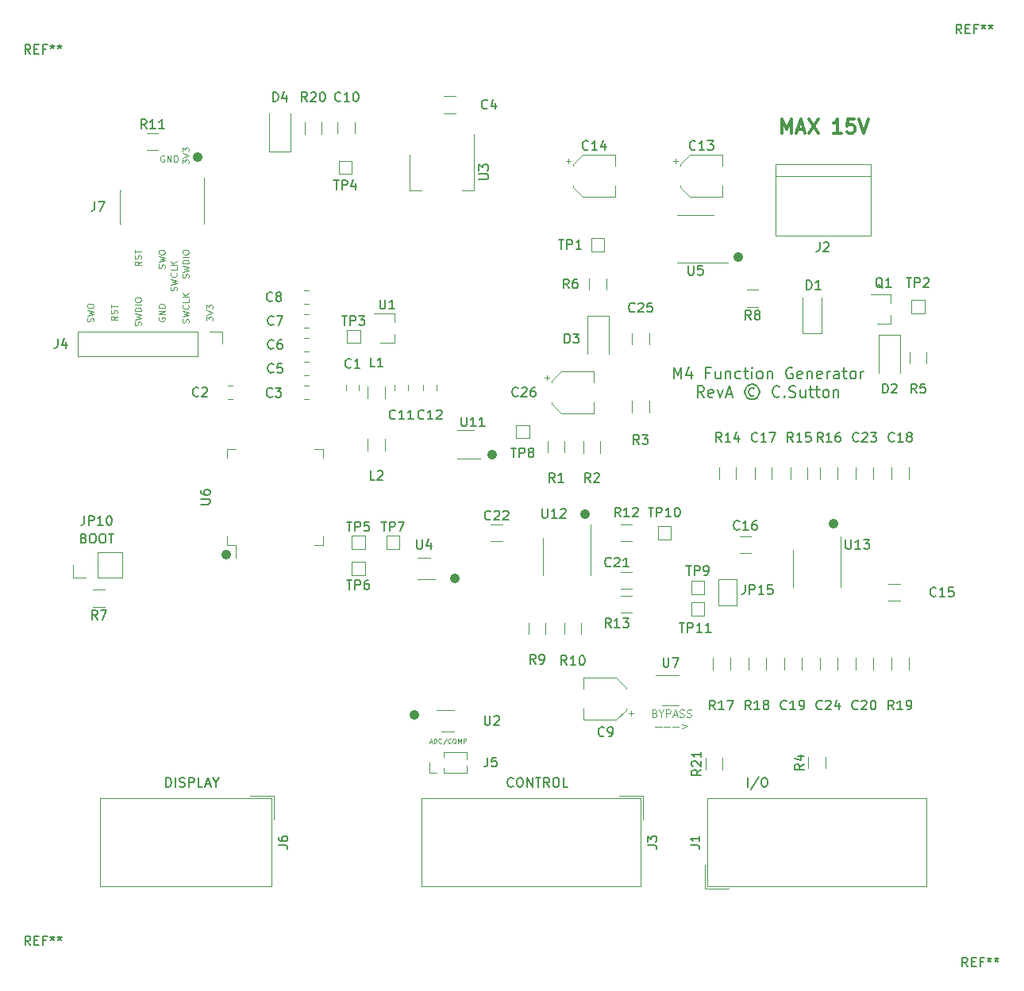
<source format=gbr>
G04 #@! TF.GenerationSoftware,KiCad,Pcbnew,(5.1.5-0-10_14)*
G04 #@! TF.CreationDate,2020-03-04T03:31:15+00:00*
G04 #@! TF.ProjectId,FunctionGeneratorCortexM4,46756e63-7469-46f6-9e47-656e65726174,rev?*
G04 #@! TF.SameCoordinates,Original*
G04 #@! TF.FileFunction,Legend,Top*
G04 #@! TF.FilePolarity,Positive*
%FSLAX46Y46*%
G04 Gerber Fmt 4.6, Leading zero omitted, Abs format (unit mm)*
G04 Created by KiCad (PCBNEW (5.1.5-0-10_14)) date 2020-03-04 03:31:15*
%MOMM*%
%LPD*%
G04 APERTURE LIST*
%ADD10C,0.100000*%
%ADD11C,0.300000*%
%ADD12C,0.150000*%
%ADD13C,0.180000*%
%ADD14C,1.000000*%
%ADD15C,0.120000*%
G04 APERTURE END LIST*
D10*
X166865523Y-111941857D02*
X166979809Y-111979952D01*
X167017904Y-112018047D01*
X167056000Y-112094238D01*
X167056000Y-112208523D01*
X167017904Y-112284714D01*
X166979809Y-112322809D01*
X166903619Y-112360904D01*
X166598857Y-112360904D01*
X166598857Y-111560904D01*
X166865523Y-111560904D01*
X166941714Y-111599000D01*
X166979809Y-111637095D01*
X167017904Y-111713285D01*
X167017904Y-111789476D01*
X166979809Y-111865666D01*
X166941714Y-111903761D01*
X166865523Y-111941857D01*
X166598857Y-111941857D01*
X167551238Y-111979952D02*
X167551238Y-112360904D01*
X167284571Y-111560904D02*
X167551238Y-111979952D01*
X167817904Y-111560904D01*
X168084571Y-112360904D02*
X168084571Y-111560904D01*
X168389333Y-111560904D01*
X168465523Y-111599000D01*
X168503619Y-111637095D01*
X168541714Y-111713285D01*
X168541714Y-111827571D01*
X168503619Y-111903761D01*
X168465523Y-111941857D01*
X168389333Y-111979952D01*
X168084571Y-111979952D01*
X168846476Y-112132333D02*
X169227428Y-112132333D01*
X168770285Y-112360904D02*
X169036952Y-111560904D01*
X169303619Y-112360904D01*
X169532190Y-112322809D02*
X169646476Y-112360904D01*
X169836952Y-112360904D01*
X169913142Y-112322809D01*
X169951238Y-112284714D01*
X169989333Y-112208523D01*
X169989333Y-112132333D01*
X169951238Y-112056142D01*
X169913142Y-112018047D01*
X169836952Y-111979952D01*
X169684571Y-111941857D01*
X169608380Y-111903761D01*
X169570285Y-111865666D01*
X169532190Y-111789476D01*
X169532190Y-111713285D01*
X169570285Y-111637095D01*
X169608380Y-111599000D01*
X169684571Y-111560904D01*
X169875047Y-111560904D01*
X169989333Y-111599000D01*
X170294095Y-112322809D02*
X170408380Y-112360904D01*
X170598857Y-112360904D01*
X170675047Y-112322809D01*
X170713142Y-112284714D01*
X170751238Y-112208523D01*
X170751238Y-112132333D01*
X170713142Y-112056142D01*
X170675047Y-112018047D01*
X170598857Y-111979952D01*
X170446476Y-111941857D01*
X170370285Y-111903761D01*
X170332190Y-111865666D01*
X170294095Y-111789476D01*
X170294095Y-111713285D01*
X170332190Y-111637095D01*
X170370285Y-111599000D01*
X170446476Y-111560904D01*
X170636952Y-111560904D01*
X170751238Y-111599000D01*
X166903619Y-113394238D02*
X167589333Y-113394238D01*
X167817904Y-113394238D02*
X168503619Y-113394238D01*
X168732190Y-113394238D02*
X169417904Y-113394238D01*
X169722666Y-113127571D02*
X170332190Y-113356142D01*
X169722666Y-113584714D01*
D11*
X180412000Y-50081571D02*
X180412000Y-48581571D01*
X180912000Y-49653000D01*
X181412000Y-48581571D01*
X181412000Y-50081571D01*
X182054857Y-49653000D02*
X182769142Y-49653000D01*
X181912000Y-50081571D02*
X182412000Y-48581571D01*
X182912000Y-50081571D01*
X183269142Y-48581571D02*
X184269142Y-50081571D01*
X184269142Y-48581571D02*
X183269142Y-50081571D01*
X186769142Y-50081571D02*
X185912000Y-50081571D01*
X186340571Y-50081571D02*
X186340571Y-48581571D01*
X186197714Y-48795857D01*
X186054857Y-48938714D01*
X185912000Y-49010142D01*
X188126285Y-48581571D02*
X187412000Y-48581571D01*
X187340571Y-49295857D01*
X187412000Y-49224428D01*
X187554857Y-49153000D01*
X187912000Y-49153000D01*
X188054857Y-49224428D01*
X188126285Y-49295857D01*
X188197714Y-49438714D01*
X188197714Y-49795857D01*
X188126285Y-49938714D01*
X188054857Y-50010142D01*
X187912000Y-50081571D01*
X187554857Y-50081571D01*
X187412000Y-50010142D01*
X187340571Y-49938714D01*
X188626285Y-48581571D02*
X189126285Y-50081571D01*
X189626285Y-48581571D01*
D10*
X116456666Y-53317666D02*
X116456666Y-52884333D01*
X116723333Y-53117666D01*
X116723333Y-53017666D01*
X116756666Y-52951000D01*
X116790000Y-52917666D01*
X116856666Y-52884333D01*
X117023333Y-52884333D01*
X117090000Y-52917666D01*
X117123333Y-52951000D01*
X117156666Y-53017666D01*
X117156666Y-53217666D01*
X117123333Y-53284333D01*
X117090000Y-53317666D01*
X116456666Y-52684333D02*
X117156666Y-52451000D01*
X116456666Y-52217666D01*
X116456666Y-52051000D02*
X116456666Y-51617666D01*
X116723333Y-51851000D01*
X116723333Y-51751000D01*
X116756666Y-51684333D01*
X116790000Y-51651000D01*
X116856666Y-51617666D01*
X117023333Y-51617666D01*
X117090000Y-51651000D01*
X117123333Y-51684333D01*
X117156666Y-51751000D01*
X117156666Y-51951000D01*
X117123333Y-52017666D01*
X117090000Y-52051000D01*
X115853333Y-66861333D02*
X115886666Y-66761333D01*
X115886666Y-66594666D01*
X115853333Y-66528000D01*
X115820000Y-66494666D01*
X115753333Y-66461333D01*
X115686666Y-66461333D01*
X115620000Y-66494666D01*
X115586666Y-66528000D01*
X115553333Y-66594666D01*
X115520000Y-66728000D01*
X115486666Y-66794666D01*
X115453333Y-66828000D01*
X115386666Y-66861333D01*
X115320000Y-66861333D01*
X115253333Y-66828000D01*
X115220000Y-66794666D01*
X115186666Y-66728000D01*
X115186666Y-66561333D01*
X115220000Y-66461333D01*
X115186666Y-66228000D02*
X115886666Y-66061333D01*
X115386666Y-65928000D01*
X115886666Y-65794666D01*
X115186666Y-65628000D01*
X115820000Y-64961333D02*
X115853333Y-64994666D01*
X115886666Y-65094666D01*
X115886666Y-65161333D01*
X115853333Y-65261333D01*
X115786666Y-65328000D01*
X115720000Y-65361333D01*
X115586666Y-65394666D01*
X115486666Y-65394666D01*
X115353333Y-65361333D01*
X115286666Y-65328000D01*
X115220000Y-65261333D01*
X115186666Y-65161333D01*
X115186666Y-65094666D01*
X115220000Y-64994666D01*
X115253333Y-64961333D01*
X115886666Y-64328000D02*
X115886666Y-64661333D01*
X115186666Y-64661333D01*
X115886666Y-64094666D02*
X115186666Y-64094666D01*
X115886666Y-63694666D02*
X115486666Y-63994666D01*
X115186666Y-63694666D02*
X115586666Y-64094666D01*
X114528666Y-52482000D02*
X114462000Y-52448666D01*
X114362000Y-52448666D01*
X114262000Y-52482000D01*
X114195333Y-52548666D01*
X114162000Y-52615333D01*
X114128666Y-52748666D01*
X114128666Y-52848666D01*
X114162000Y-52982000D01*
X114195333Y-53048666D01*
X114262000Y-53115333D01*
X114362000Y-53148666D01*
X114428666Y-53148666D01*
X114528666Y-53115333D01*
X114562000Y-53082000D01*
X114562000Y-52848666D01*
X114428666Y-52848666D01*
X114862000Y-53148666D02*
X114862000Y-52448666D01*
X115262000Y-53148666D01*
X115262000Y-52448666D01*
X115595333Y-53148666D02*
X115595333Y-52448666D01*
X115762000Y-52448666D01*
X115862000Y-52482000D01*
X115928666Y-52548666D01*
X115962000Y-52615333D01*
X115995333Y-52748666D01*
X115995333Y-52848666D01*
X115962000Y-52982000D01*
X115928666Y-53048666D01*
X115862000Y-53115333D01*
X115762000Y-53148666D01*
X115595333Y-53148666D01*
X117123333Y-65491333D02*
X117156666Y-65391333D01*
X117156666Y-65224666D01*
X117123333Y-65158000D01*
X117090000Y-65124666D01*
X117023333Y-65091333D01*
X116956666Y-65091333D01*
X116890000Y-65124666D01*
X116856666Y-65158000D01*
X116823333Y-65224666D01*
X116790000Y-65358000D01*
X116756666Y-65424666D01*
X116723333Y-65458000D01*
X116656666Y-65491333D01*
X116590000Y-65491333D01*
X116523333Y-65458000D01*
X116490000Y-65424666D01*
X116456666Y-65358000D01*
X116456666Y-65191333D01*
X116490000Y-65091333D01*
X116456666Y-64858000D02*
X117156666Y-64691333D01*
X116656666Y-64558000D01*
X117156666Y-64424666D01*
X116456666Y-64258000D01*
X117156666Y-63991333D02*
X116456666Y-63991333D01*
X116456666Y-63824666D01*
X116490000Y-63724666D01*
X116556666Y-63658000D01*
X116623333Y-63624666D01*
X116756666Y-63591333D01*
X116856666Y-63591333D01*
X116990000Y-63624666D01*
X117056666Y-63658000D01*
X117123333Y-63724666D01*
X117156666Y-63824666D01*
X117156666Y-63991333D01*
X117156666Y-63291333D02*
X116456666Y-63291333D01*
X116456666Y-62824666D02*
X116456666Y-62691333D01*
X116490000Y-62624666D01*
X116556666Y-62558000D01*
X116690000Y-62524666D01*
X116923333Y-62524666D01*
X117056666Y-62558000D01*
X117123333Y-62624666D01*
X117156666Y-62691333D01*
X117156666Y-62824666D01*
X117123333Y-62891333D01*
X117056666Y-62958000D01*
X116923333Y-62991333D01*
X116690000Y-62991333D01*
X116556666Y-62958000D01*
X116490000Y-62891333D01*
X116456666Y-62824666D01*
X112076666Y-63756333D02*
X111743333Y-63989666D01*
X112076666Y-64156333D02*
X111376666Y-64156333D01*
X111376666Y-63889666D01*
X111410000Y-63823000D01*
X111443333Y-63789666D01*
X111510000Y-63756333D01*
X111610000Y-63756333D01*
X111676666Y-63789666D01*
X111710000Y-63823000D01*
X111743333Y-63889666D01*
X111743333Y-64156333D01*
X112043333Y-63489666D02*
X112076666Y-63389666D01*
X112076666Y-63223000D01*
X112043333Y-63156333D01*
X112010000Y-63123000D01*
X111943333Y-63089666D01*
X111876666Y-63089666D01*
X111810000Y-63123000D01*
X111776666Y-63156333D01*
X111743333Y-63223000D01*
X111710000Y-63356333D01*
X111676666Y-63423000D01*
X111643333Y-63456333D01*
X111576666Y-63489666D01*
X111510000Y-63489666D01*
X111443333Y-63456333D01*
X111410000Y-63423000D01*
X111376666Y-63356333D01*
X111376666Y-63189666D01*
X111410000Y-63089666D01*
X111376666Y-62889666D02*
X111376666Y-62489666D01*
X112076666Y-62689666D02*
X111376666Y-62689666D01*
X114583333Y-64466666D02*
X114616666Y-64366666D01*
X114616666Y-64200000D01*
X114583333Y-64133333D01*
X114550000Y-64100000D01*
X114483333Y-64066666D01*
X114416666Y-64066666D01*
X114350000Y-64100000D01*
X114316666Y-64133333D01*
X114283333Y-64200000D01*
X114250000Y-64333333D01*
X114216666Y-64400000D01*
X114183333Y-64433333D01*
X114116666Y-64466666D01*
X114050000Y-64466666D01*
X113983333Y-64433333D01*
X113950000Y-64400000D01*
X113916666Y-64333333D01*
X113916666Y-64166666D01*
X113950000Y-64066666D01*
X113916666Y-63833333D02*
X114616666Y-63666666D01*
X114116666Y-63533333D01*
X114616666Y-63400000D01*
X113916666Y-63233333D01*
X113916666Y-62833333D02*
X113916666Y-62700000D01*
X113950000Y-62633333D01*
X114016666Y-62566666D01*
X114150000Y-62533333D01*
X114383333Y-62533333D01*
X114516666Y-62566666D01*
X114583333Y-62633333D01*
X114616666Y-62700000D01*
X114616666Y-62833333D01*
X114583333Y-62900000D01*
X114516666Y-62966666D01*
X114383333Y-63000000D01*
X114150000Y-63000000D01*
X114016666Y-62966666D01*
X113950000Y-62900000D01*
X113916666Y-62833333D01*
X118996666Y-70081666D02*
X118996666Y-69648333D01*
X119263333Y-69881666D01*
X119263333Y-69781666D01*
X119296666Y-69715000D01*
X119330000Y-69681666D01*
X119396666Y-69648333D01*
X119563333Y-69648333D01*
X119630000Y-69681666D01*
X119663333Y-69715000D01*
X119696666Y-69781666D01*
X119696666Y-69981666D01*
X119663333Y-70048333D01*
X119630000Y-70081666D01*
X118996666Y-69448333D02*
X119696666Y-69215000D01*
X118996666Y-68981666D01*
X118996666Y-68815000D02*
X118996666Y-68381666D01*
X119263333Y-68615000D01*
X119263333Y-68515000D01*
X119296666Y-68448333D01*
X119330000Y-68415000D01*
X119396666Y-68381666D01*
X119563333Y-68381666D01*
X119630000Y-68415000D01*
X119663333Y-68448333D01*
X119696666Y-68515000D01*
X119696666Y-68715000D01*
X119663333Y-68781666D01*
X119630000Y-68815000D01*
X117123333Y-70290333D02*
X117156666Y-70190333D01*
X117156666Y-70023666D01*
X117123333Y-69957000D01*
X117090000Y-69923666D01*
X117023333Y-69890333D01*
X116956666Y-69890333D01*
X116890000Y-69923666D01*
X116856666Y-69957000D01*
X116823333Y-70023666D01*
X116790000Y-70157000D01*
X116756666Y-70223666D01*
X116723333Y-70257000D01*
X116656666Y-70290333D01*
X116590000Y-70290333D01*
X116523333Y-70257000D01*
X116490000Y-70223666D01*
X116456666Y-70157000D01*
X116456666Y-69990333D01*
X116490000Y-69890333D01*
X116456666Y-69657000D02*
X117156666Y-69490333D01*
X116656666Y-69357000D01*
X117156666Y-69223666D01*
X116456666Y-69057000D01*
X117090000Y-68390333D02*
X117123333Y-68423666D01*
X117156666Y-68523666D01*
X117156666Y-68590333D01*
X117123333Y-68690333D01*
X117056666Y-68757000D01*
X116990000Y-68790333D01*
X116856666Y-68823666D01*
X116756666Y-68823666D01*
X116623333Y-68790333D01*
X116556666Y-68757000D01*
X116490000Y-68690333D01*
X116456666Y-68590333D01*
X116456666Y-68523666D01*
X116490000Y-68423666D01*
X116523333Y-68390333D01*
X117156666Y-67757000D02*
X117156666Y-68090333D01*
X116456666Y-68090333D01*
X117156666Y-67523666D02*
X116456666Y-67523666D01*
X117156666Y-67123666D02*
X116756666Y-67423666D01*
X116456666Y-67123666D02*
X116856666Y-67523666D01*
X113950000Y-69748333D02*
X113916666Y-69815000D01*
X113916666Y-69915000D01*
X113950000Y-70015000D01*
X114016666Y-70081666D01*
X114083333Y-70115000D01*
X114216666Y-70148333D01*
X114316666Y-70148333D01*
X114450000Y-70115000D01*
X114516666Y-70081666D01*
X114583333Y-70015000D01*
X114616666Y-69915000D01*
X114616666Y-69848333D01*
X114583333Y-69748333D01*
X114550000Y-69715000D01*
X114316666Y-69715000D01*
X114316666Y-69848333D01*
X114616666Y-69415000D02*
X113916666Y-69415000D01*
X114616666Y-69015000D01*
X113916666Y-69015000D01*
X114616666Y-68681666D02*
X113916666Y-68681666D01*
X113916666Y-68515000D01*
X113950000Y-68415000D01*
X114016666Y-68348333D01*
X114083333Y-68315000D01*
X114216666Y-68281666D01*
X114316666Y-68281666D01*
X114450000Y-68315000D01*
X114516666Y-68348333D01*
X114583333Y-68415000D01*
X114616666Y-68515000D01*
X114616666Y-68681666D01*
X112043333Y-70571333D02*
X112076666Y-70471333D01*
X112076666Y-70304666D01*
X112043333Y-70238000D01*
X112010000Y-70204666D01*
X111943333Y-70171333D01*
X111876666Y-70171333D01*
X111810000Y-70204666D01*
X111776666Y-70238000D01*
X111743333Y-70304666D01*
X111710000Y-70438000D01*
X111676666Y-70504666D01*
X111643333Y-70538000D01*
X111576666Y-70571333D01*
X111510000Y-70571333D01*
X111443333Y-70538000D01*
X111410000Y-70504666D01*
X111376666Y-70438000D01*
X111376666Y-70271333D01*
X111410000Y-70171333D01*
X111376666Y-69938000D02*
X112076666Y-69771333D01*
X111576666Y-69638000D01*
X112076666Y-69504666D01*
X111376666Y-69338000D01*
X112076666Y-69071333D02*
X111376666Y-69071333D01*
X111376666Y-68904666D01*
X111410000Y-68804666D01*
X111476666Y-68738000D01*
X111543333Y-68704666D01*
X111676666Y-68671333D01*
X111776666Y-68671333D01*
X111910000Y-68704666D01*
X111976666Y-68738000D01*
X112043333Y-68804666D01*
X112076666Y-68904666D01*
X112076666Y-69071333D01*
X112076666Y-68371333D02*
X111376666Y-68371333D01*
X111376666Y-67904666D02*
X111376666Y-67771333D01*
X111410000Y-67704666D01*
X111476666Y-67638000D01*
X111610000Y-67604666D01*
X111843333Y-67604666D01*
X111976666Y-67638000D01*
X112043333Y-67704666D01*
X112076666Y-67771333D01*
X112076666Y-67904666D01*
X112043333Y-67971333D01*
X111976666Y-68038000D01*
X111843333Y-68071333D01*
X111610000Y-68071333D01*
X111476666Y-68038000D01*
X111410000Y-67971333D01*
X111376666Y-67904666D01*
X109536666Y-69598333D02*
X109203333Y-69831666D01*
X109536666Y-69998333D02*
X108836666Y-69998333D01*
X108836666Y-69731666D01*
X108870000Y-69665000D01*
X108903333Y-69631666D01*
X108970000Y-69598333D01*
X109070000Y-69598333D01*
X109136666Y-69631666D01*
X109170000Y-69665000D01*
X109203333Y-69731666D01*
X109203333Y-69998333D01*
X109503333Y-69331666D02*
X109536666Y-69231666D01*
X109536666Y-69065000D01*
X109503333Y-68998333D01*
X109470000Y-68965000D01*
X109403333Y-68931666D01*
X109336666Y-68931666D01*
X109270000Y-68965000D01*
X109236666Y-68998333D01*
X109203333Y-69065000D01*
X109170000Y-69198333D01*
X109136666Y-69265000D01*
X109103333Y-69298333D01*
X109036666Y-69331666D01*
X108970000Y-69331666D01*
X108903333Y-69298333D01*
X108870000Y-69265000D01*
X108836666Y-69198333D01*
X108836666Y-69031666D01*
X108870000Y-68931666D01*
X108836666Y-68731666D02*
X108836666Y-68331666D01*
X109536666Y-68531666D02*
X108836666Y-68531666D01*
X106963333Y-70181666D02*
X106996666Y-70081666D01*
X106996666Y-69915000D01*
X106963333Y-69848333D01*
X106930000Y-69815000D01*
X106863333Y-69781666D01*
X106796666Y-69781666D01*
X106730000Y-69815000D01*
X106696666Y-69848333D01*
X106663333Y-69915000D01*
X106630000Y-70048333D01*
X106596666Y-70115000D01*
X106563333Y-70148333D01*
X106496666Y-70181666D01*
X106430000Y-70181666D01*
X106363333Y-70148333D01*
X106330000Y-70115000D01*
X106296666Y-70048333D01*
X106296666Y-69881666D01*
X106330000Y-69781666D01*
X106296666Y-69548333D02*
X106996666Y-69381666D01*
X106496666Y-69248333D01*
X106996666Y-69115000D01*
X106296666Y-68948333D01*
X106296666Y-68548333D02*
X106296666Y-68415000D01*
X106330000Y-68348333D01*
X106396666Y-68281666D01*
X106530000Y-68248333D01*
X106763333Y-68248333D01*
X106896666Y-68281666D01*
X106963333Y-68348333D01*
X106996666Y-68415000D01*
X106996666Y-68548333D01*
X106963333Y-68615000D01*
X106896666Y-68681666D01*
X106763333Y-68715000D01*
X106530000Y-68715000D01*
X106396666Y-68681666D01*
X106330000Y-68615000D01*
X106296666Y-68548333D01*
D12*
X105957857Y-93273571D02*
X106100714Y-93321190D01*
X106148333Y-93368809D01*
X106195952Y-93464047D01*
X106195952Y-93606904D01*
X106148333Y-93702142D01*
X106100714Y-93749761D01*
X106005476Y-93797380D01*
X105624523Y-93797380D01*
X105624523Y-92797380D01*
X105957857Y-92797380D01*
X106053095Y-92845000D01*
X106100714Y-92892619D01*
X106148333Y-92987857D01*
X106148333Y-93083095D01*
X106100714Y-93178333D01*
X106053095Y-93225952D01*
X105957857Y-93273571D01*
X105624523Y-93273571D01*
X106815000Y-92797380D02*
X107005476Y-92797380D01*
X107100714Y-92845000D01*
X107195952Y-92940238D01*
X107243571Y-93130714D01*
X107243571Y-93464047D01*
X107195952Y-93654523D01*
X107100714Y-93749761D01*
X107005476Y-93797380D01*
X106815000Y-93797380D01*
X106719761Y-93749761D01*
X106624523Y-93654523D01*
X106576904Y-93464047D01*
X106576904Y-93130714D01*
X106624523Y-92940238D01*
X106719761Y-92845000D01*
X106815000Y-92797380D01*
X107862619Y-92797380D02*
X108053095Y-92797380D01*
X108148333Y-92845000D01*
X108243571Y-92940238D01*
X108291190Y-93130714D01*
X108291190Y-93464047D01*
X108243571Y-93654523D01*
X108148333Y-93749761D01*
X108053095Y-93797380D01*
X107862619Y-93797380D01*
X107767380Y-93749761D01*
X107672142Y-93654523D01*
X107624523Y-93464047D01*
X107624523Y-93130714D01*
X107672142Y-92940238D01*
X107767380Y-92845000D01*
X107862619Y-92797380D01*
X108576904Y-92797380D02*
X109148333Y-92797380D01*
X108862619Y-93797380D02*
X108862619Y-92797380D01*
D10*
X142851428Y-115018333D02*
X143089523Y-115018333D01*
X142803809Y-115161190D02*
X142970476Y-114661190D01*
X143137142Y-115161190D01*
X143303809Y-115161190D02*
X143303809Y-114661190D01*
X143422857Y-114661190D01*
X143494285Y-114685000D01*
X143541904Y-114732619D01*
X143565714Y-114780238D01*
X143589523Y-114875476D01*
X143589523Y-114946904D01*
X143565714Y-115042142D01*
X143541904Y-115089761D01*
X143494285Y-115137380D01*
X143422857Y-115161190D01*
X143303809Y-115161190D01*
X144089523Y-115113571D02*
X144065714Y-115137380D01*
X143994285Y-115161190D01*
X143946666Y-115161190D01*
X143875238Y-115137380D01*
X143827619Y-115089761D01*
X143803809Y-115042142D01*
X143780000Y-114946904D01*
X143780000Y-114875476D01*
X143803809Y-114780238D01*
X143827619Y-114732619D01*
X143875238Y-114685000D01*
X143946666Y-114661190D01*
X143994285Y-114661190D01*
X144065714Y-114685000D01*
X144089523Y-114708809D01*
X144660952Y-114637380D02*
X144232380Y-115280238D01*
X145113333Y-115113571D02*
X145089523Y-115137380D01*
X145018095Y-115161190D01*
X144970476Y-115161190D01*
X144899047Y-115137380D01*
X144851428Y-115089761D01*
X144827619Y-115042142D01*
X144803809Y-114946904D01*
X144803809Y-114875476D01*
X144827619Y-114780238D01*
X144851428Y-114732619D01*
X144899047Y-114685000D01*
X144970476Y-114661190D01*
X145018095Y-114661190D01*
X145089523Y-114685000D01*
X145113333Y-114708809D01*
X145422857Y-114661190D02*
X145518095Y-114661190D01*
X145565714Y-114685000D01*
X145613333Y-114732619D01*
X145637142Y-114827857D01*
X145637142Y-114994523D01*
X145613333Y-115089761D01*
X145565714Y-115137380D01*
X145518095Y-115161190D01*
X145422857Y-115161190D01*
X145375238Y-115137380D01*
X145327619Y-115089761D01*
X145303809Y-114994523D01*
X145303809Y-114827857D01*
X145327619Y-114732619D01*
X145375238Y-114685000D01*
X145422857Y-114661190D01*
X145851428Y-115161190D02*
X145851428Y-114661190D01*
X146018095Y-115018333D01*
X146184761Y-114661190D01*
X146184761Y-115161190D01*
X146422857Y-115161190D02*
X146422857Y-114661190D01*
X146613333Y-114661190D01*
X146660952Y-114685000D01*
X146684761Y-114708809D01*
X146708571Y-114756428D01*
X146708571Y-114827857D01*
X146684761Y-114875476D01*
X146660952Y-114899285D01*
X146613333Y-114923095D01*
X146422857Y-114923095D01*
D12*
X176752380Y-119832380D02*
X176752380Y-118832380D01*
X177942857Y-118784761D02*
X177085714Y-120070476D01*
X178466666Y-118832380D02*
X178657142Y-118832380D01*
X178752380Y-118880000D01*
X178847619Y-118975238D01*
X178895238Y-119165714D01*
X178895238Y-119499047D01*
X178847619Y-119689523D01*
X178752380Y-119784761D01*
X178657142Y-119832380D01*
X178466666Y-119832380D01*
X178371428Y-119784761D01*
X178276190Y-119689523D01*
X178228571Y-119499047D01*
X178228571Y-119165714D01*
X178276190Y-118975238D01*
X178371428Y-118880000D01*
X178466666Y-118832380D01*
X151757380Y-119737142D02*
X151709761Y-119784761D01*
X151566904Y-119832380D01*
X151471666Y-119832380D01*
X151328809Y-119784761D01*
X151233571Y-119689523D01*
X151185952Y-119594285D01*
X151138333Y-119403809D01*
X151138333Y-119260952D01*
X151185952Y-119070476D01*
X151233571Y-118975238D01*
X151328809Y-118880000D01*
X151471666Y-118832380D01*
X151566904Y-118832380D01*
X151709761Y-118880000D01*
X151757380Y-118927619D01*
X152376428Y-118832380D02*
X152566904Y-118832380D01*
X152662142Y-118880000D01*
X152757380Y-118975238D01*
X152805000Y-119165714D01*
X152805000Y-119499047D01*
X152757380Y-119689523D01*
X152662142Y-119784761D01*
X152566904Y-119832380D01*
X152376428Y-119832380D01*
X152281190Y-119784761D01*
X152185952Y-119689523D01*
X152138333Y-119499047D01*
X152138333Y-119165714D01*
X152185952Y-118975238D01*
X152281190Y-118880000D01*
X152376428Y-118832380D01*
X153233571Y-119832380D02*
X153233571Y-118832380D01*
X153805000Y-119832380D01*
X153805000Y-118832380D01*
X154138333Y-118832380D02*
X154709761Y-118832380D01*
X154424047Y-119832380D02*
X154424047Y-118832380D01*
X155614523Y-119832380D02*
X155281190Y-119356190D01*
X155043095Y-119832380D02*
X155043095Y-118832380D01*
X155424047Y-118832380D01*
X155519285Y-118880000D01*
X155566904Y-118927619D01*
X155614523Y-119022857D01*
X155614523Y-119165714D01*
X155566904Y-119260952D01*
X155519285Y-119308571D01*
X155424047Y-119356190D01*
X155043095Y-119356190D01*
X156233571Y-118832380D02*
X156424047Y-118832380D01*
X156519285Y-118880000D01*
X156614523Y-118975238D01*
X156662142Y-119165714D01*
X156662142Y-119499047D01*
X156614523Y-119689523D01*
X156519285Y-119784761D01*
X156424047Y-119832380D01*
X156233571Y-119832380D01*
X156138333Y-119784761D01*
X156043095Y-119689523D01*
X155995476Y-119499047D01*
X155995476Y-119165714D01*
X156043095Y-118975238D01*
X156138333Y-118880000D01*
X156233571Y-118832380D01*
X157566904Y-119832380D02*
X157090714Y-119832380D01*
X157090714Y-118832380D01*
X114736904Y-119832380D02*
X114736904Y-118832380D01*
X114975000Y-118832380D01*
X115117857Y-118880000D01*
X115213095Y-118975238D01*
X115260714Y-119070476D01*
X115308333Y-119260952D01*
X115308333Y-119403809D01*
X115260714Y-119594285D01*
X115213095Y-119689523D01*
X115117857Y-119784761D01*
X114975000Y-119832380D01*
X114736904Y-119832380D01*
X115736904Y-119832380D02*
X115736904Y-118832380D01*
X116165476Y-119784761D02*
X116308333Y-119832380D01*
X116546428Y-119832380D01*
X116641666Y-119784761D01*
X116689285Y-119737142D01*
X116736904Y-119641904D01*
X116736904Y-119546666D01*
X116689285Y-119451428D01*
X116641666Y-119403809D01*
X116546428Y-119356190D01*
X116355952Y-119308571D01*
X116260714Y-119260952D01*
X116213095Y-119213333D01*
X116165476Y-119118095D01*
X116165476Y-119022857D01*
X116213095Y-118927619D01*
X116260714Y-118880000D01*
X116355952Y-118832380D01*
X116594047Y-118832380D01*
X116736904Y-118880000D01*
X117165476Y-119832380D02*
X117165476Y-118832380D01*
X117546428Y-118832380D01*
X117641666Y-118880000D01*
X117689285Y-118927619D01*
X117736904Y-119022857D01*
X117736904Y-119165714D01*
X117689285Y-119260952D01*
X117641666Y-119308571D01*
X117546428Y-119356190D01*
X117165476Y-119356190D01*
X118641666Y-119832380D02*
X118165476Y-119832380D01*
X118165476Y-118832380D01*
X118927380Y-119546666D02*
X119403571Y-119546666D01*
X118832142Y-119832380D02*
X119165476Y-118832380D01*
X119498809Y-119832380D01*
X120022619Y-119356190D02*
X120022619Y-119832380D01*
X119689285Y-118832380D02*
X120022619Y-119356190D01*
X120355952Y-118832380D01*
D13*
X168885857Y-76260857D02*
X168885857Y-75060857D01*
X169285857Y-75918000D01*
X169685857Y-75060857D01*
X169685857Y-76260857D01*
X170771571Y-75460857D02*
X170771571Y-76260857D01*
X170485857Y-75003714D02*
X170200142Y-75860857D01*
X170943000Y-75860857D01*
X172714428Y-75632285D02*
X172314428Y-75632285D01*
X172314428Y-76260857D02*
X172314428Y-75060857D01*
X172885857Y-75060857D01*
X173857285Y-75460857D02*
X173857285Y-76260857D01*
X173343000Y-75460857D02*
X173343000Y-76089428D01*
X173400142Y-76203714D01*
X173514428Y-76260857D01*
X173685857Y-76260857D01*
X173800142Y-76203714D01*
X173857285Y-76146571D01*
X174428714Y-75460857D02*
X174428714Y-76260857D01*
X174428714Y-75575142D02*
X174485857Y-75518000D01*
X174600142Y-75460857D01*
X174771571Y-75460857D01*
X174885857Y-75518000D01*
X174943000Y-75632285D01*
X174943000Y-76260857D01*
X176028714Y-76203714D02*
X175914428Y-76260857D01*
X175685857Y-76260857D01*
X175571571Y-76203714D01*
X175514428Y-76146571D01*
X175457285Y-76032285D01*
X175457285Y-75689428D01*
X175514428Y-75575142D01*
X175571571Y-75518000D01*
X175685857Y-75460857D01*
X175914428Y-75460857D01*
X176028714Y-75518000D01*
X176371571Y-75460857D02*
X176828714Y-75460857D01*
X176543000Y-75060857D02*
X176543000Y-76089428D01*
X176600142Y-76203714D01*
X176714428Y-76260857D01*
X176828714Y-76260857D01*
X177228714Y-76260857D02*
X177228714Y-75460857D01*
X177228714Y-75060857D02*
X177171571Y-75118000D01*
X177228714Y-75175142D01*
X177285857Y-75118000D01*
X177228714Y-75060857D01*
X177228714Y-75175142D01*
X177971571Y-76260857D02*
X177857285Y-76203714D01*
X177800142Y-76146571D01*
X177743000Y-76032285D01*
X177743000Y-75689428D01*
X177800142Y-75575142D01*
X177857285Y-75518000D01*
X177971571Y-75460857D01*
X178143000Y-75460857D01*
X178257285Y-75518000D01*
X178314428Y-75575142D01*
X178371571Y-75689428D01*
X178371571Y-76032285D01*
X178314428Y-76146571D01*
X178257285Y-76203714D01*
X178143000Y-76260857D01*
X177971571Y-76260857D01*
X178885857Y-75460857D02*
X178885857Y-76260857D01*
X178885857Y-75575142D02*
X178943000Y-75518000D01*
X179057285Y-75460857D01*
X179228714Y-75460857D01*
X179343000Y-75518000D01*
X179400142Y-75632285D01*
X179400142Y-76260857D01*
X181514428Y-75118000D02*
X181400142Y-75060857D01*
X181228714Y-75060857D01*
X181057285Y-75118000D01*
X180943000Y-75232285D01*
X180885857Y-75346571D01*
X180828714Y-75575142D01*
X180828714Y-75746571D01*
X180885857Y-75975142D01*
X180943000Y-76089428D01*
X181057285Y-76203714D01*
X181228714Y-76260857D01*
X181343000Y-76260857D01*
X181514428Y-76203714D01*
X181571571Y-76146571D01*
X181571571Y-75746571D01*
X181343000Y-75746571D01*
X182543000Y-76203714D02*
X182428714Y-76260857D01*
X182200142Y-76260857D01*
X182085857Y-76203714D01*
X182028714Y-76089428D01*
X182028714Y-75632285D01*
X182085857Y-75518000D01*
X182200142Y-75460857D01*
X182428714Y-75460857D01*
X182543000Y-75518000D01*
X182600142Y-75632285D01*
X182600142Y-75746571D01*
X182028714Y-75860857D01*
X183114428Y-75460857D02*
X183114428Y-76260857D01*
X183114428Y-75575142D02*
X183171571Y-75518000D01*
X183285857Y-75460857D01*
X183457285Y-75460857D01*
X183571571Y-75518000D01*
X183628714Y-75632285D01*
X183628714Y-76260857D01*
X184657285Y-76203714D02*
X184543000Y-76260857D01*
X184314428Y-76260857D01*
X184200142Y-76203714D01*
X184143000Y-76089428D01*
X184143000Y-75632285D01*
X184200142Y-75518000D01*
X184314428Y-75460857D01*
X184543000Y-75460857D01*
X184657285Y-75518000D01*
X184714428Y-75632285D01*
X184714428Y-75746571D01*
X184143000Y-75860857D01*
X185228714Y-76260857D02*
X185228714Y-75460857D01*
X185228714Y-75689428D02*
X185285857Y-75575142D01*
X185343000Y-75518000D01*
X185457285Y-75460857D01*
X185571571Y-75460857D01*
X186485857Y-76260857D02*
X186485857Y-75632285D01*
X186428714Y-75518000D01*
X186314428Y-75460857D01*
X186085857Y-75460857D01*
X185971571Y-75518000D01*
X186485857Y-76203714D02*
X186371571Y-76260857D01*
X186085857Y-76260857D01*
X185971571Y-76203714D01*
X185914428Y-76089428D01*
X185914428Y-75975142D01*
X185971571Y-75860857D01*
X186085857Y-75803714D01*
X186371571Y-75803714D01*
X186485857Y-75746571D01*
X186885857Y-75460857D02*
X187343000Y-75460857D01*
X187057285Y-75060857D02*
X187057285Y-76089428D01*
X187114428Y-76203714D01*
X187228714Y-76260857D01*
X187343000Y-76260857D01*
X187914428Y-76260857D02*
X187800142Y-76203714D01*
X187743000Y-76146571D01*
X187685857Y-76032285D01*
X187685857Y-75689428D01*
X187743000Y-75575142D01*
X187800142Y-75518000D01*
X187914428Y-75460857D01*
X188085857Y-75460857D01*
X188200142Y-75518000D01*
X188257285Y-75575142D01*
X188314428Y-75689428D01*
X188314428Y-76032285D01*
X188257285Y-76146571D01*
X188200142Y-76203714D01*
X188085857Y-76260857D01*
X187914428Y-76260857D01*
X188828714Y-76260857D02*
X188828714Y-75460857D01*
X188828714Y-75689428D02*
X188885857Y-75575142D01*
X188943000Y-75518000D01*
X189057285Y-75460857D01*
X189171571Y-75460857D01*
X172114428Y-78240857D02*
X171714428Y-77669428D01*
X171428714Y-78240857D02*
X171428714Y-77040857D01*
X171885857Y-77040857D01*
X172000142Y-77098000D01*
X172057285Y-77155142D01*
X172114428Y-77269428D01*
X172114428Y-77440857D01*
X172057285Y-77555142D01*
X172000142Y-77612285D01*
X171885857Y-77669428D01*
X171428714Y-77669428D01*
X173085857Y-78183714D02*
X172971571Y-78240857D01*
X172743000Y-78240857D01*
X172628714Y-78183714D01*
X172571571Y-78069428D01*
X172571571Y-77612285D01*
X172628714Y-77498000D01*
X172743000Y-77440857D01*
X172971571Y-77440857D01*
X173085857Y-77498000D01*
X173143000Y-77612285D01*
X173143000Y-77726571D01*
X172571571Y-77840857D01*
X173543000Y-77440857D02*
X173828714Y-78240857D01*
X174114428Y-77440857D01*
X174514428Y-77898000D02*
X175085857Y-77898000D01*
X174400142Y-78240857D02*
X174800142Y-77040857D01*
X175200142Y-78240857D01*
X177485857Y-77326571D02*
X177371571Y-77269428D01*
X177143000Y-77269428D01*
X177028714Y-77326571D01*
X176914428Y-77440857D01*
X176857285Y-77555142D01*
X176857285Y-77783714D01*
X176914428Y-77898000D01*
X177028714Y-78012285D01*
X177143000Y-78069428D01*
X177371571Y-78069428D01*
X177485857Y-78012285D01*
X177257285Y-76869428D02*
X176971571Y-76926571D01*
X176685857Y-77098000D01*
X176514428Y-77383714D01*
X176457285Y-77669428D01*
X176514428Y-77955142D01*
X176685857Y-78240857D01*
X176971571Y-78412285D01*
X177257285Y-78469428D01*
X177543000Y-78412285D01*
X177828714Y-78240857D01*
X178000142Y-77955142D01*
X178057285Y-77669428D01*
X178000142Y-77383714D01*
X177828714Y-77098000D01*
X177543000Y-76926571D01*
X177257285Y-76869428D01*
X180171571Y-78126571D02*
X180114428Y-78183714D01*
X179943000Y-78240857D01*
X179828714Y-78240857D01*
X179657285Y-78183714D01*
X179543000Y-78069428D01*
X179485857Y-77955142D01*
X179428714Y-77726571D01*
X179428714Y-77555142D01*
X179485857Y-77326571D01*
X179543000Y-77212285D01*
X179657285Y-77098000D01*
X179828714Y-77040857D01*
X179943000Y-77040857D01*
X180114428Y-77098000D01*
X180171571Y-77155142D01*
X180685857Y-78126571D02*
X180743000Y-78183714D01*
X180685857Y-78240857D01*
X180628714Y-78183714D01*
X180685857Y-78126571D01*
X180685857Y-78240857D01*
X181200142Y-78183714D02*
X181371571Y-78240857D01*
X181657285Y-78240857D01*
X181771571Y-78183714D01*
X181828714Y-78126571D01*
X181885857Y-78012285D01*
X181885857Y-77898000D01*
X181828714Y-77783714D01*
X181771571Y-77726571D01*
X181657285Y-77669428D01*
X181428714Y-77612285D01*
X181314428Y-77555142D01*
X181257285Y-77498000D01*
X181200142Y-77383714D01*
X181200142Y-77269428D01*
X181257285Y-77155142D01*
X181314428Y-77098000D01*
X181428714Y-77040857D01*
X181714428Y-77040857D01*
X181885857Y-77098000D01*
X182914428Y-77440857D02*
X182914428Y-78240857D01*
X182400142Y-77440857D02*
X182400142Y-78069428D01*
X182457285Y-78183714D01*
X182571571Y-78240857D01*
X182743000Y-78240857D01*
X182857285Y-78183714D01*
X182914428Y-78126571D01*
X183314428Y-77440857D02*
X183771571Y-77440857D01*
X183485857Y-77040857D02*
X183485857Y-78069428D01*
X183543000Y-78183714D01*
X183657285Y-78240857D01*
X183771571Y-78240857D01*
X184000142Y-77440857D02*
X184457285Y-77440857D01*
X184171571Y-77040857D02*
X184171571Y-78069428D01*
X184228714Y-78183714D01*
X184343000Y-78240857D01*
X184457285Y-78240857D01*
X185028714Y-78240857D02*
X184914428Y-78183714D01*
X184857285Y-78126571D01*
X184800142Y-78012285D01*
X184800142Y-77669428D01*
X184857285Y-77555142D01*
X184914428Y-77498000D01*
X185028714Y-77440857D01*
X185200142Y-77440857D01*
X185314428Y-77498000D01*
X185371571Y-77555142D01*
X185428714Y-77669428D01*
X185428714Y-78012285D01*
X185371571Y-78126571D01*
X185314428Y-78183714D01*
X185200142Y-78240857D01*
X185028714Y-78240857D01*
X185943000Y-77440857D02*
X185943000Y-78240857D01*
X185943000Y-77555142D02*
X186000142Y-77498000D01*
X186114428Y-77440857D01*
X186285857Y-77440857D01*
X186400142Y-77498000D01*
X186457285Y-77612285D01*
X186457285Y-78240857D01*
D14*
X159385000Y-90678000D02*
G75*
G03X159385000Y-90678000I0J0D01*
G01*
X149479000Y-84328000D02*
G75*
G03X149479000Y-84328000I0J0D01*
G01*
X145542000Y-97536000D02*
G75*
G03X145542000Y-97536000I0J0D01*
G01*
X141224000Y-112141000D02*
G75*
G03X141224000Y-112141000I0J0D01*
G01*
X121158000Y-94996000D02*
G75*
G03X121158000Y-94996000I0J0D01*
G01*
X118110000Y-52578000D02*
G75*
G03X118110000Y-52578000I0J0D01*
G01*
X175768000Y-63246000D02*
G75*
G03X175768000Y-63246000I0J0D01*
G01*
X185928000Y-91694000D02*
G75*
G03X185928000Y-91694000I0J0D01*
G01*
D15*
X172200000Y-130655000D02*
X172200000Y-128115000D01*
X172200000Y-130655000D02*
X174740000Y-130655000D01*
X172450000Y-130405000D02*
X172450000Y-121055000D01*
X195850000Y-130405000D02*
X172450000Y-130405000D01*
X195850000Y-121055000D02*
X195850000Y-130405000D01*
X172450000Y-121055000D02*
X195850000Y-121055000D01*
X169429000Y-107864000D02*
X166979000Y-107864000D01*
X167629000Y-111084000D02*
X169429000Y-111084000D01*
X174074500Y-117950064D02*
X174074500Y-116745936D01*
X172254500Y-117950064D02*
X172254500Y-116745936D01*
X164294000Y-112236500D02*
X164294000Y-111736500D01*
X164544000Y-111986500D02*
X164044000Y-111986500D01*
X163804000Y-109230937D02*
X162739563Y-108166500D01*
X163804000Y-111622063D02*
X162739563Y-112686500D01*
X163804000Y-111622063D02*
X163804000Y-111486500D01*
X163804000Y-109230937D02*
X163804000Y-109366500D01*
X162739563Y-108166500D02*
X159284000Y-108166500D01*
X162739563Y-112686500D02*
X159284000Y-112686500D01*
X159284000Y-112686500D02*
X159284000Y-111486500D01*
X159284000Y-108166500D02*
X159284000Y-109366500D01*
X131339000Y-50132064D02*
X131339000Y-48927936D01*
X129519000Y-50132064D02*
X129519000Y-48927936D01*
X159872000Y-65564936D02*
X159872000Y-66769064D01*
X161692000Y-65564936D02*
X161692000Y-66769064D01*
X194035000Y-73438936D02*
X194035000Y-74643064D01*
X195855000Y-73438936D02*
X195855000Y-74643064D01*
X128008000Y-51990000D02*
X128008000Y-47930000D01*
X125738000Y-51990000D02*
X128008000Y-51990000D01*
X125738000Y-47930000D02*
X125738000Y-51990000D01*
X159647000Y-69549000D02*
X159647000Y-73609000D01*
X161917000Y-69549000D02*
X159647000Y-69549000D01*
X161917000Y-73609000D02*
X161917000Y-69549000D01*
X190762000Y-71581000D02*
X190762000Y-75641000D01*
X193032000Y-71581000D02*
X190762000Y-71581000D01*
X193032000Y-75641000D02*
X193032000Y-71581000D01*
X171196000Y-63901000D02*
X174646000Y-63901000D01*
X171196000Y-63901000D02*
X169246000Y-63901000D01*
X171196000Y-58781000D02*
X173146000Y-58781000D01*
X171196000Y-58781000D02*
X169246000Y-58781000D01*
X139063000Y-72446000D02*
X137603000Y-72446000D01*
X139063000Y-69286000D02*
X136903000Y-69286000D01*
X139063000Y-69286000D02*
X139063000Y-70216000D01*
X139063000Y-72446000D02*
X139063000Y-71516000D01*
X147555000Y-50129000D02*
X147555000Y-56139000D01*
X140735000Y-52379000D02*
X140735000Y-56139000D01*
X147555000Y-56139000D02*
X146295000Y-56139000D01*
X140735000Y-56139000D02*
X141995000Y-56139000D01*
X185060000Y-117823064D02*
X185060000Y-116618936D01*
X183240000Y-117823064D02*
X183240000Y-116618936D01*
X165620000Y-120805000D02*
X165620000Y-123345000D01*
X165620000Y-120805000D02*
X163080000Y-120805000D01*
X165370000Y-121055000D02*
X165370000Y-130405000D01*
X141970000Y-121055000D02*
X165370000Y-121055000D01*
X141970000Y-130405000D02*
X141970000Y-121055000D01*
X165370000Y-130405000D02*
X141970000Y-130405000D01*
X172150000Y-100138000D02*
X172150000Y-101538000D01*
X170750000Y-100138000D02*
X172150000Y-100138000D01*
X170750000Y-101538000D02*
X170750000Y-100138000D01*
X172150000Y-101538000D02*
X170750000Y-101538000D01*
X167194000Y-93410000D02*
X167194000Y-92010000D01*
X168594000Y-93410000D02*
X167194000Y-93410000D01*
X168594000Y-92010000D02*
X168594000Y-93410000D01*
X167194000Y-92010000D02*
X168594000Y-92010000D01*
X170750000Y-99252000D02*
X170750000Y-97852000D01*
X172150000Y-99252000D02*
X170750000Y-99252000D01*
X172150000Y-97852000D02*
X172150000Y-99252000D01*
X170750000Y-97852000D02*
X172150000Y-97852000D01*
X152081000Y-82615000D02*
X152081000Y-81215000D01*
X153481000Y-82615000D02*
X152081000Y-82615000D01*
X153481000Y-81215000D02*
X153481000Y-82615000D01*
X152081000Y-81215000D02*
X153481000Y-81215000D01*
X138238000Y-94426000D02*
X138238000Y-93026000D01*
X139638000Y-94426000D02*
X138238000Y-94426000D01*
X139638000Y-93026000D02*
X139638000Y-94426000D01*
X138238000Y-93026000D02*
X139638000Y-93026000D01*
X135955000Y-95820000D02*
X135955000Y-97220000D01*
X134555000Y-95820000D02*
X135955000Y-95820000D01*
X134555000Y-97220000D02*
X134555000Y-95820000D01*
X135955000Y-97220000D02*
X134555000Y-97220000D01*
X134555000Y-94426000D02*
X134555000Y-93026000D01*
X135955000Y-94426000D02*
X134555000Y-94426000D01*
X135955000Y-93026000D02*
X135955000Y-94426000D01*
X134555000Y-93026000D02*
X135955000Y-93026000D01*
X133158000Y-53021000D02*
X134558000Y-53021000D01*
X133158000Y-54421000D02*
X133158000Y-53021000D01*
X134558000Y-54421000D02*
X133158000Y-54421000D01*
X134558000Y-53021000D02*
X134558000Y-54421000D01*
X134047000Y-72455000D02*
X134047000Y-71055000D01*
X135447000Y-72455000D02*
X134047000Y-72455000D01*
X135447000Y-71055000D02*
X135447000Y-72455000D01*
X134047000Y-71055000D02*
X135447000Y-71055000D01*
X194245000Y-69280000D02*
X194245000Y-67880000D01*
X195645000Y-69280000D02*
X194245000Y-69280000D01*
X195645000Y-67880000D02*
X195645000Y-69280000D01*
X194245000Y-67880000D02*
X195645000Y-67880000D01*
X160082000Y-62676000D02*
X160082000Y-61276000D01*
X161482000Y-62676000D02*
X160082000Y-62676000D01*
X161482000Y-61276000D02*
X161482000Y-62676000D01*
X160082000Y-61276000D02*
X161482000Y-61276000D01*
X145585264Y-46130800D02*
X144381136Y-46130800D01*
X145585264Y-47950800D02*
X144381136Y-47950800D01*
X134844200Y-50081264D02*
X134844200Y-48877136D01*
X133024200Y-50081264D02*
X133024200Y-48877136D01*
X142940000Y-95360000D02*
X141540000Y-95360000D01*
X141540000Y-97680000D02*
X143440000Y-97680000D01*
X144080000Y-113936000D02*
X145480000Y-113936000D01*
X145480000Y-111616000D02*
X143580000Y-111616000D01*
X182642000Y-71415000D02*
X182642000Y-67565000D01*
X184642000Y-71415000D02*
X184642000Y-67565000D01*
X182642000Y-71415000D02*
X184642000Y-71415000D01*
X142165000Y-76954748D02*
X142165000Y-77477252D01*
X143585000Y-76954748D02*
X143585000Y-77477252D01*
X139117000Y-76954748D02*
X139117000Y-77477252D01*
X140537000Y-76954748D02*
X140537000Y-77477252D01*
X129405748Y-68274000D02*
X129928252Y-68274000D01*
X129405748Y-66854000D02*
X129928252Y-66854000D01*
X129405748Y-70814000D02*
X129928252Y-70814000D01*
X129405748Y-69394000D02*
X129928252Y-69394000D01*
X129405748Y-73354000D02*
X129928252Y-73354000D01*
X129405748Y-71934000D02*
X129928252Y-71934000D01*
X129405748Y-75894000D02*
X129928252Y-75894000D01*
X129405748Y-74474000D02*
X129928252Y-74474000D01*
X129405748Y-78434000D02*
X129928252Y-78434000D01*
X129405748Y-77014000D02*
X129928252Y-77014000D01*
X121863752Y-77014000D02*
X121341248Y-77014000D01*
X121863752Y-78434000D02*
X121341248Y-78434000D01*
X133910000Y-76954748D02*
X133910000Y-77477252D01*
X135330000Y-76954748D02*
X135330000Y-77477252D01*
X186710000Y-96520000D02*
X186710000Y-93070000D01*
X186710000Y-96520000D02*
X186710000Y-98470000D01*
X181590000Y-96520000D02*
X181590000Y-94570000D01*
X181590000Y-96520000D02*
X181590000Y-98470000D01*
X160040000Y-95250000D02*
X160040000Y-91800000D01*
X160040000Y-95250000D02*
X160040000Y-97200000D01*
X154920000Y-95250000D02*
X154920000Y-93300000D01*
X154920000Y-95250000D02*
X154920000Y-97200000D01*
X145805000Y-84822000D02*
X148235000Y-84822000D01*
X147565000Y-81752000D02*
X145805000Y-81752000D01*
X122205000Y-94010000D02*
X122205000Y-95350000D01*
X121255000Y-94010000D02*
X122205000Y-94010000D01*
X121255000Y-93060000D02*
X121255000Y-94010000D01*
X121255000Y-83790000D02*
X122205000Y-83790000D01*
X121255000Y-84740000D02*
X121255000Y-83790000D01*
X131475000Y-94010000D02*
X130525000Y-94010000D01*
X131475000Y-93060000D02*
X131475000Y-94010000D01*
X131475000Y-83790000D02*
X130525000Y-83790000D01*
X131475000Y-84740000D02*
X131475000Y-83790000D01*
X192130000Y-106077936D02*
X192130000Y-107282064D01*
X193950000Y-106077936D02*
X193950000Y-107282064D01*
X176890000Y-106077936D02*
X176890000Y-107282064D01*
X178710000Y-106077936D02*
X178710000Y-107282064D01*
X174900000Y-107282064D02*
X174900000Y-106077936D01*
X173080000Y-107282064D02*
X173080000Y-106077936D01*
X186330000Y-86962064D02*
X186330000Y-85757936D01*
X184510000Y-86962064D02*
X184510000Y-85757936D01*
X183155000Y-86962064D02*
X183155000Y-85757936D01*
X181335000Y-86962064D02*
X181335000Y-85757936D01*
X173715000Y-85757936D02*
X173715000Y-86962064D01*
X175535000Y-85757936D02*
X175535000Y-86962064D01*
X164432064Y-99420000D02*
X163227936Y-99420000D01*
X164432064Y-101240000D02*
X163227936Y-101240000D01*
X164432064Y-91800000D02*
X163227936Y-91800000D01*
X164432064Y-93620000D02*
X163227936Y-93620000D01*
X112681936Y-51862400D02*
X113886064Y-51862400D01*
X112681936Y-50042400D02*
X113886064Y-50042400D01*
X157205000Y-102331436D02*
X157205000Y-103535564D01*
X159025000Y-102331436D02*
X159025000Y-103535564D01*
X153395000Y-102331436D02*
X153395000Y-103535564D01*
X155215000Y-102331436D02*
X155215000Y-103535564D01*
X177894064Y-66781000D02*
X176689936Y-66781000D01*
X177894064Y-68601000D02*
X176689936Y-68601000D01*
X108171064Y-98785000D02*
X106966936Y-98785000D01*
X108171064Y-100605000D02*
X106966936Y-100605000D01*
X164444000Y-78645936D02*
X164444000Y-79850064D01*
X166264000Y-78645936D02*
X166264000Y-79850064D01*
X161057000Y-84168064D02*
X161057000Y-82963936D01*
X159237000Y-84168064D02*
X159237000Y-82963936D01*
X157247000Y-84117264D02*
X157247000Y-82913136D01*
X155427000Y-84117264D02*
X155427000Y-82913136D01*
X192022000Y-70414000D02*
X190562000Y-70414000D01*
X192022000Y-67254000D02*
X189862000Y-67254000D01*
X192022000Y-67254000D02*
X192022000Y-68184000D01*
X192022000Y-70414000D02*
X192022000Y-69484000D01*
X136250000Y-82709936D02*
X136250000Y-83914064D01*
X138070000Y-82709936D02*
X138070000Y-83914064D01*
X136250000Y-77121936D02*
X136250000Y-78326064D01*
X138070000Y-77121936D02*
X138070000Y-78326064D01*
X175625000Y-97660000D02*
X175625000Y-100460000D01*
X175625000Y-100460000D02*
X173625000Y-100460000D01*
X173625000Y-100460000D02*
X173625000Y-97660000D01*
X173625000Y-97660000D02*
X175625000Y-97660000D01*
X104842000Y-97469000D02*
X104842000Y-96139000D01*
X106172000Y-97469000D02*
X104842000Y-97469000D01*
X107442000Y-97469000D02*
X107442000Y-94809000D01*
X107442000Y-94809000D02*
X110042000Y-94809000D01*
X107442000Y-97469000D02*
X110042000Y-97469000D01*
X110042000Y-97469000D02*
X110042000Y-94809000D01*
X109860000Y-59702400D02*
X109795000Y-59702400D01*
X109860000Y-56172400D02*
X109795000Y-56172400D01*
X118805000Y-59702400D02*
X118740000Y-59702400D01*
X118805000Y-56172400D02*
X118740000Y-56172400D01*
X118740000Y-54847400D02*
X118740000Y-56172400D01*
X109795000Y-56172400D02*
X109795000Y-59702400D01*
X118805000Y-56172400D02*
X118805000Y-59702400D01*
X126250000Y-120805000D02*
X126250000Y-123345000D01*
X126250000Y-120805000D02*
X123710000Y-120805000D01*
X126000000Y-121055000D02*
X126000000Y-130405000D01*
X107680000Y-121055000D02*
X126000000Y-121055000D01*
X107680000Y-130405000D02*
X107680000Y-121055000D01*
X126000000Y-130405000D02*
X107680000Y-130405000D01*
X142813500Y-118331000D02*
X142813500Y-117221000D01*
X143573500Y-118331000D02*
X142813500Y-118331000D01*
X144333500Y-116657529D02*
X144333500Y-116111000D01*
X144333500Y-118331000D02*
X144333500Y-117784471D01*
X144333500Y-116111000D02*
X146808500Y-116111000D01*
X144333500Y-118331000D02*
X146808500Y-118331000D01*
X146808500Y-116913470D02*
X146808500Y-116111000D01*
X146808500Y-118331000D02*
X146808500Y-117528530D01*
X120710000Y-71212400D02*
X120710000Y-72542400D01*
X119380000Y-71212400D02*
X120710000Y-71212400D01*
X118110000Y-71212400D02*
X118110000Y-73872400D01*
X118110000Y-73872400D02*
X105350000Y-73872400D01*
X118110000Y-71212400D02*
X105350000Y-71212400D01*
X105350000Y-71212400D02*
X105350000Y-73872400D01*
X189865000Y-53340000D02*
X179705000Y-53340000D01*
X189865000Y-60960000D02*
X189865000Y-53340000D01*
X179705000Y-60960000D02*
X189865000Y-60960000D01*
X179705000Y-53340000D02*
X179705000Y-60960000D01*
X179705000Y-54610000D02*
X189865000Y-54610000D01*
X155365000Y-75914000D02*
X155365000Y-76414000D01*
X155115000Y-76164000D02*
X155615000Y-76164000D01*
X155855000Y-78919563D02*
X156919437Y-79984000D01*
X155855000Y-76528437D02*
X156919437Y-75464000D01*
X155855000Y-76528437D02*
X155855000Y-76664000D01*
X155855000Y-78919563D02*
X155855000Y-78784000D01*
X156919437Y-79984000D02*
X160375000Y-79984000D01*
X156919437Y-75464000D02*
X160375000Y-75464000D01*
X160375000Y-75464000D02*
X160375000Y-76664000D01*
X160375000Y-79984000D02*
X160375000Y-78784000D01*
X164444000Y-71406936D02*
X164444000Y-72611064D01*
X166264000Y-71406936D02*
X166264000Y-72611064D01*
X184510000Y-106077936D02*
X184510000Y-107282064D01*
X186330000Y-106077936D02*
X186330000Y-107282064D01*
X190140000Y-86962064D02*
X190140000Y-85757936D01*
X188320000Y-86962064D02*
X188320000Y-85757936D01*
X149384936Y-93620000D02*
X150589064Y-93620000D01*
X149384936Y-91800000D02*
X150589064Y-91800000D01*
X163227936Y-98700000D02*
X164432064Y-98700000D01*
X163227936Y-96880000D02*
X164432064Y-96880000D01*
X188320000Y-106077936D02*
X188320000Y-107282064D01*
X190140000Y-106077936D02*
X190140000Y-107282064D01*
X182520000Y-107282064D02*
X182520000Y-106077936D01*
X180700000Y-107282064D02*
X180700000Y-106077936D01*
X193950000Y-86962064D02*
X193950000Y-85757936D01*
X192130000Y-86962064D02*
X192130000Y-85757936D01*
X177525000Y-85757936D02*
X177525000Y-86962064D01*
X179345000Y-85757936D02*
X179345000Y-86962064D01*
X175927936Y-94890000D02*
X177132064Y-94890000D01*
X175927936Y-93070000D02*
X177132064Y-93070000D01*
X191802936Y-99970000D02*
X193007064Y-99970000D01*
X191802936Y-98150000D02*
X193007064Y-98150000D01*
X157651000Y-52800000D02*
X157651000Y-53300000D01*
X157401000Y-53050000D02*
X157901000Y-53050000D01*
X158141000Y-55805563D02*
X159205437Y-56870000D01*
X158141000Y-53414437D02*
X159205437Y-52350000D01*
X158141000Y-53414437D02*
X158141000Y-53550000D01*
X158141000Y-55805563D02*
X158141000Y-55670000D01*
X159205437Y-56870000D02*
X162661000Y-56870000D01*
X159205437Y-52350000D02*
X162661000Y-52350000D01*
X162661000Y-52350000D02*
X162661000Y-53550000D01*
X162661000Y-56870000D02*
X162661000Y-55670000D01*
X169081000Y-52800000D02*
X169081000Y-53300000D01*
X168831000Y-53050000D02*
X169331000Y-53050000D01*
X169571000Y-55805563D02*
X170635437Y-56870000D01*
X169571000Y-53414437D02*
X170635437Y-52350000D01*
X169571000Y-53414437D02*
X169571000Y-53550000D01*
X169571000Y-55805563D02*
X169571000Y-55670000D01*
X170635437Y-56870000D02*
X174091000Y-56870000D01*
X170635437Y-52350000D02*
X174091000Y-52350000D01*
X174091000Y-52350000D02*
X174091000Y-53550000D01*
X174091000Y-56870000D02*
X174091000Y-55670000D01*
D12*
X170648380Y-126063333D02*
X171362666Y-126063333D01*
X171505523Y-126110952D01*
X171600761Y-126206190D01*
X171648380Y-126349047D01*
X171648380Y-126444285D01*
X171648380Y-125063333D02*
X171648380Y-125634761D01*
X171648380Y-125349047D02*
X170648380Y-125349047D01*
X170791238Y-125444285D01*
X170886476Y-125539523D01*
X170934095Y-125634761D01*
X167767095Y-106026380D02*
X167767095Y-106835904D01*
X167814714Y-106931142D01*
X167862333Y-106978761D01*
X167957571Y-107026380D01*
X168148047Y-107026380D01*
X168243285Y-106978761D01*
X168290904Y-106931142D01*
X168338523Y-106835904D01*
X168338523Y-106026380D01*
X168719476Y-106026380D02*
X169386142Y-106026380D01*
X168957571Y-107026380D01*
X171796880Y-117990857D02*
X171320690Y-118324190D01*
X171796880Y-118562285D02*
X170796880Y-118562285D01*
X170796880Y-118181333D01*
X170844500Y-118086095D01*
X170892119Y-118038476D01*
X170987357Y-117990857D01*
X171130214Y-117990857D01*
X171225452Y-118038476D01*
X171273071Y-118086095D01*
X171320690Y-118181333D01*
X171320690Y-118562285D01*
X170892119Y-117609904D02*
X170844500Y-117562285D01*
X170796880Y-117467047D01*
X170796880Y-117228952D01*
X170844500Y-117133714D01*
X170892119Y-117086095D01*
X170987357Y-117038476D01*
X171082595Y-117038476D01*
X171225452Y-117086095D01*
X171796880Y-117657523D01*
X171796880Y-117038476D01*
X171796880Y-116086095D02*
X171796880Y-116657523D01*
X171796880Y-116371809D02*
X170796880Y-116371809D01*
X170939738Y-116467047D01*
X171034976Y-116562285D01*
X171082595Y-116657523D01*
X161440833Y-114339642D02*
X161393214Y-114387261D01*
X161250357Y-114434880D01*
X161155119Y-114434880D01*
X161012261Y-114387261D01*
X160917023Y-114292023D01*
X160869404Y-114196785D01*
X160821785Y-114006309D01*
X160821785Y-113863452D01*
X160869404Y-113672976D01*
X160917023Y-113577738D01*
X161012261Y-113482500D01*
X161155119Y-113434880D01*
X161250357Y-113434880D01*
X161393214Y-113482500D01*
X161440833Y-113530119D01*
X161917023Y-114434880D02*
X162107500Y-114434880D01*
X162202738Y-114387261D01*
X162250357Y-114339642D01*
X162345595Y-114196785D01*
X162393214Y-114006309D01*
X162393214Y-113625357D01*
X162345595Y-113530119D01*
X162297976Y-113482500D01*
X162202738Y-113434880D01*
X162012261Y-113434880D01*
X161917023Y-113482500D01*
X161869404Y-113530119D01*
X161821785Y-113625357D01*
X161821785Y-113863452D01*
X161869404Y-113958690D01*
X161917023Y-114006309D01*
X162012261Y-114053928D01*
X162202738Y-114053928D01*
X162297976Y-114006309D01*
X162345595Y-113958690D01*
X162393214Y-113863452D01*
X129786142Y-46680380D02*
X129452809Y-46204190D01*
X129214714Y-46680380D02*
X129214714Y-45680380D01*
X129595666Y-45680380D01*
X129690904Y-45728000D01*
X129738523Y-45775619D01*
X129786142Y-45870857D01*
X129786142Y-46013714D01*
X129738523Y-46108952D01*
X129690904Y-46156571D01*
X129595666Y-46204190D01*
X129214714Y-46204190D01*
X130167095Y-45775619D02*
X130214714Y-45728000D01*
X130309952Y-45680380D01*
X130548047Y-45680380D01*
X130643285Y-45728000D01*
X130690904Y-45775619D01*
X130738523Y-45870857D01*
X130738523Y-45966095D01*
X130690904Y-46108952D01*
X130119476Y-46680380D01*
X130738523Y-46680380D01*
X131357571Y-45680380D02*
X131452809Y-45680380D01*
X131548047Y-45728000D01*
X131595666Y-45775619D01*
X131643285Y-45870857D01*
X131690904Y-46061333D01*
X131690904Y-46299428D01*
X131643285Y-46489904D01*
X131595666Y-46585142D01*
X131548047Y-46632761D01*
X131452809Y-46680380D01*
X131357571Y-46680380D01*
X131262333Y-46632761D01*
X131214714Y-46585142D01*
X131167095Y-46489904D01*
X131119476Y-46299428D01*
X131119476Y-46061333D01*
X131167095Y-45870857D01*
X131214714Y-45775619D01*
X131262333Y-45728000D01*
X131357571Y-45680380D01*
X157694333Y-66619380D02*
X157361000Y-66143190D01*
X157122904Y-66619380D02*
X157122904Y-65619380D01*
X157503857Y-65619380D01*
X157599095Y-65667000D01*
X157646714Y-65714619D01*
X157694333Y-65809857D01*
X157694333Y-65952714D01*
X157646714Y-66047952D01*
X157599095Y-66095571D01*
X157503857Y-66143190D01*
X157122904Y-66143190D01*
X158551476Y-65619380D02*
X158361000Y-65619380D01*
X158265761Y-65667000D01*
X158218142Y-65714619D01*
X158122904Y-65857476D01*
X158075285Y-66047952D01*
X158075285Y-66428904D01*
X158122904Y-66524142D01*
X158170523Y-66571761D01*
X158265761Y-66619380D01*
X158456238Y-66619380D01*
X158551476Y-66571761D01*
X158599095Y-66524142D01*
X158646714Y-66428904D01*
X158646714Y-66190809D01*
X158599095Y-66095571D01*
X158551476Y-66047952D01*
X158456238Y-66000333D01*
X158265761Y-66000333D01*
X158170523Y-66047952D01*
X158122904Y-66095571D01*
X158075285Y-66190809D01*
X194778333Y-77795380D02*
X194445000Y-77319190D01*
X194206904Y-77795380D02*
X194206904Y-76795380D01*
X194587857Y-76795380D01*
X194683095Y-76843000D01*
X194730714Y-76890619D01*
X194778333Y-76985857D01*
X194778333Y-77128714D01*
X194730714Y-77223952D01*
X194683095Y-77271571D01*
X194587857Y-77319190D01*
X194206904Y-77319190D01*
X195683095Y-76795380D02*
X195206904Y-76795380D01*
X195159285Y-77271571D01*
X195206904Y-77223952D01*
X195302142Y-77176333D01*
X195540238Y-77176333D01*
X195635476Y-77223952D01*
X195683095Y-77271571D01*
X195730714Y-77366809D01*
X195730714Y-77604904D01*
X195683095Y-77700142D01*
X195635476Y-77747761D01*
X195540238Y-77795380D01*
X195302142Y-77795380D01*
X195206904Y-77747761D01*
X195159285Y-77700142D01*
X126134904Y-46680380D02*
X126134904Y-45680380D01*
X126373000Y-45680380D01*
X126515857Y-45728000D01*
X126611095Y-45823238D01*
X126658714Y-45918476D01*
X126706333Y-46108952D01*
X126706333Y-46251809D01*
X126658714Y-46442285D01*
X126611095Y-46537523D01*
X126515857Y-46632761D01*
X126373000Y-46680380D01*
X126134904Y-46680380D01*
X127563476Y-46013714D02*
X127563476Y-46680380D01*
X127325380Y-45632761D02*
X127087285Y-46347047D01*
X127706333Y-46347047D01*
X157249904Y-72461380D02*
X157249904Y-71461380D01*
X157488000Y-71461380D01*
X157630857Y-71509000D01*
X157726095Y-71604238D01*
X157773714Y-71699476D01*
X157821333Y-71889952D01*
X157821333Y-72032809D01*
X157773714Y-72223285D01*
X157726095Y-72318523D01*
X157630857Y-72413761D01*
X157488000Y-72461380D01*
X157249904Y-72461380D01*
X158154666Y-71461380D02*
X158773714Y-71461380D01*
X158440380Y-71842333D01*
X158583238Y-71842333D01*
X158678476Y-71889952D01*
X158726095Y-71937571D01*
X158773714Y-72032809D01*
X158773714Y-72270904D01*
X158726095Y-72366142D01*
X158678476Y-72413761D01*
X158583238Y-72461380D01*
X158297523Y-72461380D01*
X158202285Y-72413761D01*
X158154666Y-72366142D01*
X191158904Y-77795380D02*
X191158904Y-76795380D01*
X191397000Y-76795380D01*
X191539857Y-76843000D01*
X191635095Y-76938238D01*
X191682714Y-77033476D01*
X191730333Y-77223952D01*
X191730333Y-77366809D01*
X191682714Y-77557285D01*
X191635095Y-77652523D01*
X191539857Y-77747761D01*
X191397000Y-77795380D01*
X191158904Y-77795380D01*
X192111285Y-76890619D02*
X192158904Y-76843000D01*
X192254142Y-76795380D01*
X192492238Y-76795380D01*
X192587476Y-76843000D01*
X192635095Y-76890619D01*
X192682714Y-76985857D01*
X192682714Y-77081095D01*
X192635095Y-77223952D01*
X192063666Y-77795380D01*
X192682714Y-77795380D01*
X170434095Y-64193380D02*
X170434095Y-65002904D01*
X170481714Y-65098142D01*
X170529333Y-65145761D01*
X170624571Y-65193380D01*
X170815047Y-65193380D01*
X170910285Y-65145761D01*
X170957904Y-65098142D01*
X171005523Y-65002904D01*
X171005523Y-64193380D01*
X171957904Y-64193380D02*
X171481714Y-64193380D01*
X171434095Y-64669571D01*
X171481714Y-64621952D01*
X171576952Y-64574333D01*
X171815047Y-64574333D01*
X171910285Y-64621952D01*
X171957904Y-64669571D01*
X172005523Y-64764809D01*
X172005523Y-65002904D01*
X171957904Y-65098142D01*
X171910285Y-65145761D01*
X171815047Y-65193380D01*
X171576952Y-65193380D01*
X171481714Y-65145761D01*
X171434095Y-65098142D01*
X137541095Y-67818380D02*
X137541095Y-68627904D01*
X137588714Y-68723142D01*
X137636333Y-68770761D01*
X137731571Y-68818380D01*
X137922047Y-68818380D01*
X138017285Y-68770761D01*
X138064904Y-68723142D01*
X138112523Y-68627904D01*
X138112523Y-67818380D01*
X139112523Y-68818380D02*
X138541095Y-68818380D01*
X138826809Y-68818380D02*
X138826809Y-67818380D01*
X138731571Y-67961238D01*
X138636333Y-68056476D01*
X138541095Y-68104095D01*
X148097380Y-54990904D02*
X148906904Y-54990904D01*
X149002142Y-54943285D01*
X149049761Y-54895666D01*
X149097380Y-54800428D01*
X149097380Y-54609952D01*
X149049761Y-54514714D01*
X149002142Y-54467095D01*
X148906904Y-54419476D01*
X148097380Y-54419476D01*
X148097380Y-54038523D02*
X148097380Y-53419476D01*
X148478333Y-53752809D01*
X148478333Y-53609952D01*
X148525952Y-53514714D01*
X148573571Y-53467095D01*
X148668809Y-53419476D01*
X148906904Y-53419476D01*
X149002142Y-53467095D01*
X149049761Y-53514714D01*
X149097380Y-53609952D01*
X149097380Y-53895666D01*
X149049761Y-53990904D01*
X149002142Y-54038523D01*
X200215666Y-139009380D02*
X199882333Y-138533190D01*
X199644238Y-139009380D02*
X199644238Y-138009380D01*
X200025190Y-138009380D01*
X200120428Y-138057000D01*
X200168047Y-138104619D01*
X200215666Y-138199857D01*
X200215666Y-138342714D01*
X200168047Y-138437952D01*
X200120428Y-138485571D01*
X200025190Y-138533190D01*
X199644238Y-138533190D01*
X200644238Y-138485571D02*
X200977571Y-138485571D01*
X201120428Y-139009380D02*
X200644238Y-139009380D01*
X200644238Y-138009380D01*
X201120428Y-138009380D01*
X201882333Y-138485571D02*
X201549000Y-138485571D01*
X201549000Y-139009380D02*
X201549000Y-138009380D01*
X202025190Y-138009380D01*
X202549000Y-138009380D02*
X202549000Y-138247476D01*
X202310904Y-138152238D02*
X202549000Y-138247476D01*
X202787095Y-138152238D01*
X202406142Y-138437952D02*
X202549000Y-138247476D01*
X202691857Y-138437952D01*
X203310904Y-138009380D02*
X203310904Y-138247476D01*
X203072809Y-138152238D02*
X203310904Y-138247476D01*
X203549000Y-138152238D01*
X203168047Y-138437952D02*
X203310904Y-138247476D01*
X203453761Y-138437952D01*
X100266666Y-136723380D02*
X99933333Y-136247190D01*
X99695238Y-136723380D02*
X99695238Y-135723380D01*
X100076190Y-135723380D01*
X100171428Y-135771000D01*
X100219047Y-135818619D01*
X100266666Y-135913857D01*
X100266666Y-136056714D01*
X100219047Y-136151952D01*
X100171428Y-136199571D01*
X100076190Y-136247190D01*
X99695238Y-136247190D01*
X100695238Y-136199571D02*
X101028571Y-136199571D01*
X101171428Y-136723380D02*
X100695238Y-136723380D01*
X100695238Y-135723380D01*
X101171428Y-135723380D01*
X101933333Y-136199571D02*
X101600000Y-136199571D01*
X101600000Y-136723380D02*
X101600000Y-135723380D01*
X102076190Y-135723380D01*
X102600000Y-135723380D02*
X102600000Y-135961476D01*
X102361904Y-135866238D02*
X102600000Y-135961476D01*
X102838095Y-135866238D01*
X102457142Y-136151952D02*
X102600000Y-135961476D01*
X102742857Y-136151952D01*
X103361904Y-135723380D02*
X103361904Y-135961476D01*
X103123809Y-135866238D02*
X103361904Y-135961476D01*
X103600000Y-135866238D01*
X103219047Y-136151952D02*
X103361904Y-135961476D01*
X103504761Y-136151952D01*
X100266666Y-41600380D02*
X99933333Y-41124190D01*
X99695238Y-41600380D02*
X99695238Y-40600380D01*
X100076190Y-40600380D01*
X100171428Y-40648000D01*
X100219047Y-40695619D01*
X100266666Y-40790857D01*
X100266666Y-40933714D01*
X100219047Y-41028952D01*
X100171428Y-41076571D01*
X100076190Y-41124190D01*
X99695238Y-41124190D01*
X100695238Y-41076571D02*
X101028571Y-41076571D01*
X101171428Y-41600380D02*
X100695238Y-41600380D01*
X100695238Y-40600380D01*
X101171428Y-40600380D01*
X101933333Y-41076571D02*
X101600000Y-41076571D01*
X101600000Y-41600380D02*
X101600000Y-40600380D01*
X102076190Y-40600380D01*
X102600000Y-40600380D02*
X102600000Y-40838476D01*
X102361904Y-40743238D02*
X102600000Y-40838476D01*
X102838095Y-40743238D01*
X102457142Y-41028952D02*
X102600000Y-40838476D01*
X102742857Y-41028952D01*
X103361904Y-40600380D02*
X103361904Y-40838476D01*
X103123809Y-40743238D02*
X103361904Y-40838476D01*
X103600000Y-40743238D01*
X103219047Y-41028952D02*
X103361904Y-40838476D01*
X103504761Y-41028952D01*
X199580666Y-39441380D02*
X199247333Y-38965190D01*
X199009238Y-39441380D02*
X199009238Y-38441380D01*
X199390190Y-38441380D01*
X199485428Y-38489000D01*
X199533047Y-38536619D01*
X199580666Y-38631857D01*
X199580666Y-38774714D01*
X199533047Y-38869952D01*
X199485428Y-38917571D01*
X199390190Y-38965190D01*
X199009238Y-38965190D01*
X200009238Y-38917571D02*
X200342571Y-38917571D01*
X200485428Y-39441380D02*
X200009238Y-39441380D01*
X200009238Y-38441380D01*
X200485428Y-38441380D01*
X201247333Y-38917571D02*
X200914000Y-38917571D01*
X200914000Y-39441380D02*
X200914000Y-38441380D01*
X201390190Y-38441380D01*
X201914000Y-38441380D02*
X201914000Y-38679476D01*
X201675904Y-38584238D02*
X201914000Y-38679476D01*
X202152095Y-38584238D01*
X201771142Y-38869952D02*
X201914000Y-38679476D01*
X202056857Y-38869952D01*
X202675904Y-38441380D02*
X202675904Y-38679476D01*
X202437809Y-38584238D02*
X202675904Y-38679476D01*
X202914000Y-38584238D01*
X202533047Y-38869952D02*
X202675904Y-38679476D01*
X202818761Y-38869952D01*
X182782380Y-117387666D02*
X182306190Y-117721000D01*
X182782380Y-117959095D02*
X181782380Y-117959095D01*
X181782380Y-117578142D01*
X181830000Y-117482904D01*
X181877619Y-117435285D01*
X181972857Y-117387666D01*
X182115714Y-117387666D01*
X182210952Y-117435285D01*
X182258571Y-117482904D01*
X182306190Y-117578142D01*
X182306190Y-117959095D01*
X182115714Y-116530523D02*
X182782380Y-116530523D01*
X181734761Y-116768619D02*
X182449047Y-117006714D01*
X182449047Y-116387666D01*
X166076380Y-126063333D02*
X166790666Y-126063333D01*
X166933523Y-126110952D01*
X167028761Y-126206190D01*
X167076380Y-126349047D01*
X167076380Y-126444285D01*
X166076380Y-125682380D02*
X166076380Y-125063333D01*
X166457333Y-125396666D01*
X166457333Y-125253809D01*
X166504952Y-125158571D01*
X166552571Y-125110952D01*
X166647809Y-125063333D01*
X166885904Y-125063333D01*
X166981142Y-125110952D01*
X167028761Y-125158571D01*
X167076380Y-125253809D01*
X167076380Y-125539523D01*
X167028761Y-125634761D01*
X166981142Y-125682380D01*
X169457904Y-102322380D02*
X170029333Y-102322380D01*
X169743619Y-103322380D02*
X169743619Y-102322380D01*
X170362666Y-103322380D02*
X170362666Y-102322380D01*
X170743619Y-102322380D01*
X170838857Y-102370000D01*
X170886476Y-102417619D01*
X170934095Y-102512857D01*
X170934095Y-102655714D01*
X170886476Y-102750952D01*
X170838857Y-102798571D01*
X170743619Y-102846190D01*
X170362666Y-102846190D01*
X171886476Y-103322380D02*
X171315047Y-103322380D01*
X171600761Y-103322380D02*
X171600761Y-102322380D01*
X171505523Y-102465238D01*
X171410285Y-102560476D01*
X171315047Y-102608095D01*
X172838857Y-103322380D02*
X172267428Y-103322380D01*
X172553142Y-103322380D02*
X172553142Y-102322380D01*
X172457904Y-102465238D01*
X172362666Y-102560476D01*
X172267428Y-102608095D01*
X166155904Y-90003380D02*
X166727333Y-90003380D01*
X166441619Y-91003380D02*
X166441619Y-90003380D01*
X167060666Y-91003380D02*
X167060666Y-90003380D01*
X167441619Y-90003380D01*
X167536857Y-90051000D01*
X167584476Y-90098619D01*
X167632095Y-90193857D01*
X167632095Y-90336714D01*
X167584476Y-90431952D01*
X167536857Y-90479571D01*
X167441619Y-90527190D01*
X167060666Y-90527190D01*
X168584476Y-91003380D02*
X168013047Y-91003380D01*
X168298761Y-91003380D02*
X168298761Y-90003380D01*
X168203523Y-90146238D01*
X168108285Y-90241476D01*
X168013047Y-90289095D01*
X169203523Y-90003380D02*
X169298761Y-90003380D01*
X169394000Y-90051000D01*
X169441619Y-90098619D01*
X169489238Y-90193857D01*
X169536857Y-90384333D01*
X169536857Y-90622428D01*
X169489238Y-90812904D01*
X169441619Y-90908142D01*
X169394000Y-90955761D01*
X169298761Y-91003380D01*
X169203523Y-91003380D01*
X169108285Y-90955761D01*
X169060666Y-90908142D01*
X169013047Y-90812904D01*
X168965428Y-90622428D01*
X168965428Y-90384333D01*
X169013047Y-90193857D01*
X169060666Y-90098619D01*
X169108285Y-90051000D01*
X169203523Y-90003380D01*
X170188095Y-96226380D02*
X170759523Y-96226380D01*
X170473809Y-97226380D02*
X170473809Y-96226380D01*
X171092857Y-97226380D02*
X171092857Y-96226380D01*
X171473809Y-96226380D01*
X171569047Y-96274000D01*
X171616666Y-96321619D01*
X171664285Y-96416857D01*
X171664285Y-96559714D01*
X171616666Y-96654952D01*
X171569047Y-96702571D01*
X171473809Y-96750190D01*
X171092857Y-96750190D01*
X172140476Y-97226380D02*
X172330952Y-97226380D01*
X172426190Y-97178761D01*
X172473809Y-97131142D01*
X172569047Y-96988285D01*
X172616666Y-96797809D01*
X172616666Y-96416857D01*
X172569047Y-96321619D01*
X172521428Y-96274000D01*
X172426190Y-96226380D01*
X172235714Y-96226380D01*
X172140476Y-96274000D01*
X172092857Y-96321619D01*
X172045238Y-96416857D01*
X172045238Y-96654952D01*
X172092857Y-96750190D01*
X172140476Y-96797809D01*
X172235714Y-96845428D01*
X172426190Y-96845428D01*
X172521428Y-96797809D01*
X172569047Y-96750190D01*
X172616666Y-96654952D01*
X151519095Y-83653380D02*
X152090523Y-83653380D01*
X151804809Y-84653380D02*
X151804809Y-83653380D01*
X152423857Y-84653380D02*
X152423857Y-83653380D01*
X152804809Y-83653380D01*
X152900047Y-83701000D01*
X152947666Y-83748619D01*
X152995285Y-83843857D01*
X152995285Y-83986714D01*
X152947666Y-84081952D01*
X152900047Y-84129571D01*
X152804809Y-84177190D01*
X152423857Y-84177190D01*
X153566714Y-84081952D02*
X153471476Y-84034333D01*
X153423857Y-83986714D01*
X153376238Y-83891476D01*
X153376238Y-83843857D01*
X153423857Y-83748619D01*
X153471476Y-83701000D01*
X153566714Y-83653380D01*
X153757190Y-83653380D01*
X153852428Y-83701000D01*
X153900047Y-83748619D01*
X153947666Y-83843857D01*
X153947666Y-83891476D01*
X153900047Y-83986714D01*
X153852428Y-84034333D01*
X153757190Y-84081952D01*
X153566714Y-84081952D01*
X153471476Y-84129571D01*
X153423857Y-84177190D01*
X153376238Y-84272428D01*
X153376238Y-84462904D01*
X153423857Y-84558142D01*
X153471476Y-84605761D01*
X153566714Y-84653380D01*
X153757190Y-84653380D01*
X153852428Y-84605761D01*
X153900047Y-84558142D01*
X153947666Y-84462904D01*
X153947666Y-84272428D01*
X153900047Y-84177190D01*
X153852428Y-84129571D01*
X153757190Y-84081952D01*
X137676095Y-91527380D02*
X138247523Y-91527380D01*
X137961809Y-92527380D02*
X137961809Y-91527380D01*
X138580857Y-92527380D02*
X138580857Y-91527380D01*
X138961809Y-91527380D01*
X139057047Y-91575000D01*
X139104666Y-91622619D01*
X139152285Y-91717857D01*
X139152285Y-91860714D01*
X139104666Y-91955952D01*
X139057047Y-92003571D01*
X138961809Y-92051190D01*
X138580857Y-92051190D01*
X139485619Y-91527380D02*
X140152285Y-91527380D01*
X139723714Y-92527380D01*
X133993095Y-97750380D02*
X134564523Y-97750380D01*
X134278809Y-98750380D02*
X134278809Y-97750380D01*
X134897857Y-98750380D02*
X134897857Y-97750380D01*
X135278809Y-97750380D01*
X135374047Y-97798000D01*
X135421666Y-97845619D01*
X135469285Y-97940857D01*
X135469285Y-98083714D01*
X135421666Y-98178952D01*
X135374047Y-98226571D01*
X135278809Y-98274190D01*
X134897857Y-98274190D01*
X136326428Y-97750380D02*
X136135952Y-97750380D01*
X136040714Y-97798000D01*
X135993095Y-97845619D01*
X135897857Y-97988476D01*
X135850238Y-98178952D01*
X135850238Y-98559904D01*
X135897857Y-98655142D01*
X135945476Y-98702761D01*
X136040714Y-98750380D01*
X136231190Y-98750380D01*
X136326428Y-98702761D01*
X136374047Y-98655142D01*
X136421666Y-98559904D01*
X136421666Y-98321809D01*
X136374047Y-98226571D01*
X136326428Y-98178952D01*
X136231190Y-98131333D01*
X136040714Y-98131333D01*
X135945476Y-98178952D01*
X135897857Y-98226571D01*
X135850238Y-98321809D01*
X133993095Y-91527380D02*
X134564523Y-91527380D01*
X134278809Y-92527380D02*
X134278809Y-91527380D01*
X134897857Y-92527380D02*
X134897857Y-91527380D01*
X135278809Y-91527380D01*
X135374047Y-91575000D01*
X135421666Y-91622619D01*
X135469285Y-91717857D01*
X135469285Y-91860714D01*
X135421666Y-91955952D01*
X135374047Y-92003571D01*
X135278809Y-92051190D01*
X134897857Y-92051190D01*
X136374047Y-91527380D02*
X135897857Y-91527380D01*
X135850238Y-92003571D01*
X135897857Y-91955952D01*
X135993095Y-91908333D01*
X136231190Y-91908333D01*
X136326428Y-91955952D01*
X136374047Y-92003571D01*
X136421666Y-92098809D01*
X136421666Y-92336904D01*
X136374047Y-92432142D01*
X136326428Y-92479761D01*
X136231190Y-92527380D01*
X135993095Y-92527380D01*
X135897857Y-92479761D01*
X135850238Y-92432142D01*
X132596095Y-55078380D02*
X133167523Y-55078380D01*
X132881809Y-56078380D02*
X132881809Y-55078380D01*
X133500857Y-56078380D02*
X133500857Y-55078380D01*
X133881809Y-55078380D01*
X133977047Y-55126000D01*
X134024666Y-55173619D01*
X134072285Y-55268857D01*
X134072285Y-55411714D01*
X134024666Y-55506952D01*
X133977047Y-55554571D01*
X133881809Y-55602190D01*
X133500857Y-55602190D01*
X134929428Y-55411714D02*
X134929428Y-56078380D01*
X134691333Y-55030761D02*
X134453238Y-55745047D01*
X135072285Y-55745047D01*
X133485095Y-69556380D02*
X134056523Y-69556380D01*
X133770809Y-70556380D02*
X133770809Y-69556380D01*
X134389857Y-70556380D02*
X134389857Y-69556380D01*
X134770809Y-69556380D01*
X134866047Y-69604000D01*
X134913666Y-69651619D01*
X134961285Y-69746857D01*
X134961285Y-69889714D01*
X134913666Y-69984952D01*
X134866047Y-70032571D01*
X134770809Y-70080190D01*
X134389857Y-70080190D01*
X135294619Y-69556380D02*
X135913666Y-69556380D01*
X135580333Y-69937333D01*
X135723190Y-69937333D01*
X135818428Y-69984952D01*
X135866047Y-70032571D01*
X135913666Y-70127809D01*
X135913666Y-70365904D01*
X135866047Y-70461142D01*
X135818428Y-70508761D01*
X135723190Y-70556380D01*
X135437476Y-70556380D01*
X135342238Y-70508761D01*
X135294619Y-70461142D01*
X193683095Y-65492380D02*
X194254523Y-65492380D01*
X193968809Y-66492380D02*
X193968809Y-65492380D01*
X194587857Y-66492380D02*
X194587857Y-65492380D01*
X194968809Y-65492380D01*
X195064047Y-65540000D01*
X195111666Y-65587619D01*
X195159285Y-65682857D01*
X195159285Y-65825714D01*
X195111666Y-65920952D01*
X195064047Y-65968571D01*
X194968809Y-66016190D01*
X194587857Y-66016190D01*
X195540238Y-65587619D02*
X195587857Y-65540000D01*
X195683095Y-65492380D01*
X195921190Y-65492380D01*
X196016428Y-65540000D01*
X196064047Y-65587619D01*
X196111666Y-65682857D01*
X196111666Y-65778095D01*
X196064047Y-65920952D01*
X195492619Y-66492380D01*
X196111666Y-66492380D01*
X156599095Y-61428380D02*
X157170523Y-61428380D01*
X156884809Y-62428380D02*
X156884809Y-61428380D01*
X157503857Y-62428380D02*
X157503857Y-61428380D01*
X157884809Y-61428380D01*
X157980047Y-61476000D01*
X158027666Y-61523619D01*
X158075285Y-61618857D01*
X158075285Y-61761714D01*
X158027666Y-61856952D01*
X157980047Y-61904571D01*
X157884809Y-61952190D01*
X157503857Y-61952190D01*
X159027666Y-62428380D02*
X158456238Y-62428380D01*
X158741952Y-62428380D02*
X158741952Y-61428380D01*
X158646714Y-61571238D01*
X158551476Y-61666476D01*
X158456238Y-61714095D01*
X149007533Y-47397942D02*
X148959914Y-47445561D01*
X148817057Y-47493180D01*
X148721819Y-47493180D01*
X148578961Y-47445561D01*
X148483723Y-47350323D01*
X148436104Y-47255085D01*
X148388485Y-47064609D01*
X148388485Y-46921752D01*
X148436104Y-46731276D01*
X148483723Y-46636038D01*
X148578961Y-46540800D01*
X148721819Y-46493180D01*
X148817057Y-46493180D01*
X148959914Y-46540800D01*
X149007533Y-46588419D01*
X149864676Y-46826514D02*
X149864676Y-47493180D01*
X149626580Y-46445561D02*
X149388485Y-47159847D01*
X150007533Y-47159847D01*
X133342142Y-46585142D02*
X133294523Y-46632761D01*
X133151666Y-46680380D01*
X133056428Y-46680380D01*
X132913571Y-46632761D01*
X132818333Y-46537523D01*
X132770714Y-46442285D01*
X132723095Y-46251809D01*
X132723095Y-46108952D01*
X132770714Y-45918476D01*
X132818333Y-45823238D01*
X132913571Y-45728000D01*
X133056428Y-45680380D01*
X133151666Y-45680380D01*
X133294523Y-45728000D01*
X133342142Y-45775619D01*
X134294523Y-46680380D02*
X133723095Y-46680380D01*
X134008809Y-46680380D02*
X134008809Y-45680380D01*
X133913571Y-45823238D01*
X133818333Y-45918476D01*
X133723095Y-45966095D01*
X134913571Y-45680380D02*
X135008809Y-45680380D01*
X135104047Y-45728000D01*
X135151666Y-45775619D01*
X135199285Y-45870857D01*
X135246904Y-46061333D01*
X135246904Y-46299428D01*
X135199285Y-46489904D01*
X135151666Y-46585142D01*
X135104047Y-46632761D01*
X135008809Y-46680380D01*
X134913571Y-46680380D01*
X134818333Y-46632761D01*
X134770714Y-46585142D01*
X134723095Y-46489904D01*
X134675476Y-46299428D01*
X134675476Y-46061333D01*
X134723095Y-45870857D01*
X134770714Y-45775619D01*
X134818333Y-45728000D01*
X134913571Y-45680380D01*
X141478095Y-93432380D02*
X141478095Y-94241904D01*
X141525714Y-94337142D01*
X141573333Y-94384761D01*
X141668571Y-94432380D01*
X141859047Y-94432380D01*
X141954285Y-94384761D01*
X142001904Y-94337142D01*
X142049523Y-94241904D01*
X142049523Y-93432380D01*
X142954285Y-93765714D02*
X142954285Y-94432380D01*
X142716190Y-93384761D02*
X142478095Y-94099047D01*
X143097142Y-94099047D01*
X148717095Y-112228380D02*
X148717095Y-113037904D01*
X148764714Y-113133142D01*
X148812333Y-113180761D01*
X148907571Y-113228380D01*
X149098047Y-113228380D01*
X149193285Y-113180761D01*
X149240904Y-113133142D01*
X149288523Y-113037904D01*
X149288523Y-112228380D01*
X149717095Y-112323619D02*
X149764714Y-112276000D01*
X149859952Y-112228380D01*
X150098047Y-112228380D01*
X150193285Y-112276000D01*
X150240904Y-112323619D01*
X150288523Y-112418857D01*
X150288523Y-112514095D01*
X150240904Y-112656952D01*
X149669476Y-113228380D01*
X150288523Y-113228380D01*
X183030904Y-66746380D02*
X183030904Y-65746380D01*
X183269000Y-65746380D01*
X183411857Y-65794000D01*
X183507095Y-65889238D01*
X183554714Y-65984476D01*
X183602333Y-66174952D01*
X183602333Y-66317809D01*
X183554714Y-66508285D01*
X183507095Y-66603523D01*
X183411857Y-66698761D01*
X183269000Y-66746380D01*
X183030904Y-66746380D01*
X184554714Y-66746380D02*
X183983285Y-66746380D01*
X184269000Y-66746380D02*
X184269000Y-65746380D01*
X184173761Y-65889238D01*
X184078523Y-65984476D01*
X183983285Y-66032095D01*
X142232142Y-80494142D02*
X142184523Y-80541761D01*
X142041666Y-80589380D01*
X141946428Y-80589380D01*
X141803571Y-80541761D01*
X141708333Y-80446523D01*
X141660714Y-80351285D01*
X141613095Y-80160809D01*
X141613095Y-80017952D01*
X141660714Y-79827476D01*
X141708333Y-79732238D01*
X141803571Y-79637000D01*
X141946428Y-79589380D01*
X142041666Y-79589380D01*
X142184523Y-79637000D01*
X142232142Y-79684619D01*
X143184523Y-80589380D02*
X142613095Y-80589380D01*
X142898809Y-80589380D02*
X142898809Y-79589380D01*
X142803571Y-79732238D01*
X142708333Y-79827476D01*
X142613095Y-79875095D01*
X143565476Y-79684619D02*
X143613095Y-79637000D01*
X143708333Y-79589380D01*
X143946428Y-79589380D01*
X144041666Y-79637000D01*
X144089285Y-79684619D01*
X144136904Y-79779857D01*
X144136904Y-79875095D01*
X144089285Y-80017952D01*
X143517857Y-80589380D01*
X144136904Y-80589380D01*
X139184142Y-80494142D02*
X139136523Y-80541761D01*
X138993666Y-80589380D01*
X138898428Y-80589380D01*
X138755571Y-80541761D01*
X138660333Y-80446523D01*
X138612714Y-80351285D01*
X138565095Y-80160809D01*
X138565095Y-80017952D01*
X138612714Y-79827476D01*
X138660333Y-79732238D01*
X138755571Y-79637000D01*
X138898428Y-79589380D01*
X138993666Y-79589380D01*
X139136523Y-79637000D01*
X139184142Y-79684619D01*
X140136523Y-80589380D02*
X139565095Y-80589380D01*
X139850809Y-80589380D02*
X139850809Y-79589380D01*
X139755571Y-79732238D01*
X139660333Y-79827476D01*
X139565095Y-79875095D01*
X141088904Y-80589380D02*
X140517476Y-80589380D01*
X140803190Y-80589380D02*
X140803190Y-79589380D01*
X140707952Y-79732238D01*
X140612714Y-79827476D01*
X140517476Y-79875095D01*
X126071333Y-67921142D02*
X126023714Y-67968761D01*
X125880857Y-68016380D01*
X125785619Y-68016380D01*
X125642761Y-67968761D01*
X125547523Y-67873523D01*
X125499904Y-67778285D01*
X125452285Y-67587809D01*
X125452285Y-67444952D01*
X125499904Y-67254476D01*
X125547523Y-67159238D01*
X125642761Y-67064000D01*
X125785619Y-67016380D01*
X125880857Y-67016380D01*
X126023714Y-67064000D01*
X126071333Y-67111619D01*
X126642761Y-67444952D02*
X126547523Y-67397333D01*
X126499904Y-67349714D01*
X126452285Y-67254476D01*
X126452285Y-67206857D01*
X126499904Y-67111619D01*
X126547523Y-67064000D01*
X126642761Y-67016380D01*
X126833238Y-67016380D01*
X126928476Y-67064000D01*
X126976095Y-67111619D01*
X127023714Y-67206857D01*
X127023714Y-67254476D01*
X126976095Y-67349714D01*
X126928476Y-67397333D01*
X126833238Y-67444952D01*
X126642761Y-67444952D01*
X126547523Y-67492571D01*
X126499904Y-67540190D01*
X126452285Y-67635428D01*
X126452285Y-67825904D01*
X126499904Y-67921142D01*
X126547523Y-67968761D01*
X126642761Y-68016380D01*
X126833238Y-68016380D01*
X126928476Y-67968761D01*
X126976095Y-67921142D01*
X127023714Y-67825904D01*
X127023714Y-67635428D01*
X126976095Y-67540190D01*
X126928476Y-67492571D01*
X126833238Y-67444952D01*
X126198333Y-70461142D02*
X126150714Y-70508761D01*
X126007857Y-70556380D01*
X125912619Y-70556380D01*
X125769761Y-70508761D01*
X125674523Y-70413523D01*
X125626904Y-70318285D01*
X125579285Y-70127809D01*
X125579285Y-69984952D01*
X125626904Y-69794476D01*
X125674523Y-69699238D01*
X125769761Y-69604000D01*
X125912619Y-69556380D01*
X126007857Y-69556380D01*
X126150714Y-69604000D01*
X126198333Y-69651619D01*
X126531666Y-69556380D02*
X127198333Y-69556380D01*
X126769761Y-70556380D01*
X126198333Y-73001142D02*
X126150714Y-73048761D01*
X126007857Y-73096380D01*
X125912619Y-73096380D01*
X125769761Y-73048761D01*
X125674523Y-72953523D01*
X125626904Y-72858285D01*
X125579285Y-72667809D01*
X125579285Y-72524952D01*
X125626904Y-72334476D01*
X125674523Y-72239238D01*
X125769761Y-72144000D01*
X125912619Y-72096380D01*
X126007857Y-72096380D01*
X126150714Y-72144000D01*
X126198333Y-72191619D01*
X127055476Y-72096380D02*
X126865000Y-72096380D01*
X126769761Y-72144000D01*
X126722142Y-72191619D01*
X126626904Y-72334476D01*
X126579285Y-72524952D01*
X126579285Y-72905904D01*
X126626904Y-73001142D01*
X126674523Y-73048761D01*
X126769761Y-73096380D01*
X126960238Y-73096380D01*
X127055476Y-73048761D01*
X127103095Y-73001142D01*
X127150714Y-72905904D01*
X127150714Y-72667809D01*
X127103095Y-72572571D01*
X127055476Y-72524952D01*
X126960238Y-72477333D01*
X126769761Y-72477333D01*
X126674523Y-72524952D01*
X126626904Y-72572571D01*
X126579285Y-72667809D01*
X126198333Y-75541142D02*
X126150714Y-75588761D01*
X126007857Y-75636380D01*
X125912619Y-75636380D01*
X125769761Y-75588761D01*
X125674523Y-75493523D01*
X125626904Y-75398285D01*
X125579285Y-75207809D01*
X125579285Y-75064952D01*
X125626904Y-74874476D01*
X125674523Y-74779238D01*
X125769761Y-74684000D01*
X125912619Y-74636380D01*
X126007857Y-74636380D01*
X126150714Y-74684000D01*
X126198333Y-74731619D01*
X127103095Y-74636380D02*
X126626904Y-74636380D01*
X126579285Y-75112571D01*
X126626904Y-75064952D01*
X126722142Y-75017333D01*
X126960238Y-75017333D01*
X127055476Y-75064952D01*
X127103095Y-75112571D01*
X127150714Y-75207809D01*
X127150714Y-75445904D01*
X127103095Y-75541142D01*
X127055476Y-75588761D01*
X126960238Y-75636380D01*
X126722142Y-75636380D01*
X126626904Y-75588761D01*
X126579285Y-75541142D01*
X126071333Y-78144642D02*
X126023714Y-78192261D01*
X125880857Y-78239880D01*
X125785619Y-78239880D01*
X125642761Y-78192261D01*
X125547523Y-78097023D01*
X125499904Y-78001785D01*
X125452285Y-77811309D01*
X125452285Y-77668452D01*
X125499904Y-77477976D01*
X125547523Y-77382738D01*
X125642761Y-77287500D01*
X125785619Y-77239880D01*
X125880857Y-77239880D01*
X126023714Y-77287500D01*
X126071333Y-77335119D01*
X126404666Y-77239880D02*
X127023714Y-77239880D01*
X126690380Y-77620833D01*
X126833238Y-77620833D01*
X126928476Y-77668452D01*
X126976095Y-77716071D01*
X127023714Y-77811309D01*
X127023714Y-78049404D01*
X126976095Y-78144642D01*
X126928476Y-78192261D01*
X126833238Y-78239880D01*
X126547523Y-78239880D01*
X126452285Y-78192261D01*
X126404666Y-78144642D01*
X118197333Y-78081142D02*
X118149714Y-78128761D01*
X118006857Y-78176380D01*
X117911619Y-78176380D01*
X117768761Y-78128761D01*
X117673523Y-78033523D01*
X117625904Y-77938285D01*
X117578285Y-77747809D01*
X117578285Y-77604952D01*
X117625904Y-77414476D01*
X117673523Y-77319238D01*
X117768761Y-77224000D01*
X117911619Y-77176380D01*
X118006857Y-77176380D01*
X118149714Y-77224000D01*
X118197333Y-77271619D01*
X118578285Y-77271619D02*
X118625904Y-77224000D01*
X118721142Y-77176380D01*
X118959238Y-77176380D01*
X119054476Y-77224000D01*
X119102095Y-77271619D01*
X119149714Y-77366857D01*
X119149714Y-77462095D01*
X119102095Y-77604952D01*
X118530666Y-78176380D01*
X119149714Y-78176380D01*
X134453333Y-75033142D02*
X134405714Y-75080761D01*
X134262857Y-75128380D01*
X134167619Y-75128380D01*
X134024761Y-75080761D01*
X133929523Y-74985523D01*
X133881904Y-74890285D01*
X133834285Y-74699809D01*
X133834285Y-74556952D01*
X133881904Y-74366476D01*
X133929523Y-74271238D01*
X134024761Y-74176000D01*
X134167619Y-74128380D01*
X134262857Y-74128380D01*
X134405714Y-74176000D01*
X134453333Y-74223619D01*
X135405714Y-75128380D02*
X134834285Y-75128380D01*
X135120000Y-75128380D02*
X135120000Y-74128380D01*
X135024761Y-74271238D01*
X134929523Y-74366476D01*
X134834285Y-74414095D01*
X187229904Y-93432380D02*
X187229904Y-94241904D01*
X187277523Y-94337142D01*
X187325142Y-94384761D01*
X187420380Y-94432380D01*
X187610857Y-94432380D01*
X187706095Y-94384761D01*
X187753714Y-94337142D01*
X187801333Y-94241904D01*
X187801333Y-93432380D01*
X188801333Y-94432380D02*
X188229904Y-94432380D01*
X188515619Y-94432380D02*
X188515619Y-93432380D01*
X188420380Y-93575238D01*
X188325142Y-93670476D01*
X188229904Y-93718095D01*
X189134666Y-93432380D02*
X189753714Y-93432380D01*
X189420380Y-93813333D01*
X189563238Y-93813333D01*
X189658476Y-93860952D01*
X189706095Y-93908571D01*
X189753714Y-94003809D01*
X189753714Y-94241904D01*
X189706095Y-94337142D01*
X189658476Y-94384761D01*
X189563238Y-94432380D01*
X189277523Y-94432380D01*
X189182285Y-94384761D01*
X189134666Y-94337142D01*
X154844904Y-90130380D02*
X154844904Y-90939904D01*
X154892523Y-91035142D01*
X154940142Y-91082761D01*
X155035380Y-91130380D01*
X155225857Y-91130380D01*
X155321095Y-91082761D01*
X155368714Y-91035142D01*
X155416333Y-90939904D01*
X155416333Y-90130380D01*
X156416333Y-91130380D02*
X155844904Y-91130380D01*
X156130619Y-91130380D02*
X156130619Y-90130380D01*
X156035380Y-90273238D01*
X155940142Y-90368476D01*
X155844904Y-90416095D01*
X156797285Y-90225619D02*
X156844904Y-90178000D01*
X156940142Y-90130380D01*
X157178238Y-90130380D01*
X157273476Y-90178000D01*
X157321095Y-90225619D01*
X157368714Y-90320857D01*
X157368714Y-90416095D01*
X157321095Y-90558952D01*
X156749666Y-91130380D01*
X157368714Y-91130380D01*
X146208904Y-80351380D02*
X146208904Y-81160904D01*
X146256523Y-81256142D01*
X146304142Y-81303761D01*
X146399380Y-81351380D01*
X146589857Y-81351380D01*
X146685095Y-81303761D01*
X146732714Y-81256142D01*
X146780333Y-81160904D01*
X146780333Y-80351380D01*
X147780333Y-81351380D02*
X147208904Y-81351380D01*
X147494619Y-81351380D02*
X147494619Y-80351380D01*
X147399380Y-80494238D01*
X147304142Y-80589476D01*
X147208904Y-80637095D01*
X148732714Y-81351380D02*
X148161285Y-81351380D01*
X148447000Y-81351380D02*
X148447000Y-80351380D01*
X148351761Y-80494238D01*
X148256523Y-80589476D01*
X148161285Y-80637095D01*
X118417380Y-89661904D02*
X119226904Y-89661904D01*
X119322142Y-89614285D01*
X119369761Y-89566666D01*
X119417380Y-89471428D01*
X119417380Y-89280952D01*
X119369761Y-89185714D01*
X119322142Y-89138095D01*
X119226904Y-89090476D01*
X118417380Y-89090476D01*
X118417380Y-88185714D02*
X118417380Y-88376190D01*
X118465000Y-88471428D01*
X118512619Y-88519047D01*
X118655476Y-88614285D01*
X118845952Y-88661904D01*
X119226904Y-88661904D01*
X119322142Y-88614285D01*
X119369761Y-88566666D01*
X119417380Y-88471428D01*
X119417380Y-88280952D01*
X119369761Y-88185714D01*
X119322142Y-88138095D01*
X119226904Y-88090476D01*
X118988809Y-88090476D01*
X118893571Y-88138095D01*
X118845952Y-88185714D01*
X118798333Y-88280952D01*
X118798333Y-88471428D01*
X118845952Y-88566666D01*
X118893571Y-88614285D01*
X118988809Y-88661904D01*
X192333642Y-111577380D02*
X192000309Y-111101190D01*
X191762214Y-111577380D02*
X191762214Y-110577380D01*
X192143166Y-110577380D01*
X192238404Y-110625000D01*
X192286023Y-110672619D01*
X192333642Y-110767857D01*
X192333642Y-110910714D01*
X192286023Y-111005952D01*
X192238404Y-111053571D01*
X192143166Y-111101190D01*
X191762214Y-111101190D01*
X193286023Y-111577380D02*
X192714595Y-111577380D01*
X193000309Y-111577380D02*
X193000309Y-110577380D01*
X192905071Y-110720238D01*
X192809833Y-110815476D01*
X192714595Y-110863095D01*
X193762214Y-111577380D02*
X193952690Y-111577380D01*
X194047928Y-111529761D01*
X194095547Y-111482142D01*
X194190785Y-111339285D01*
X194238404Y-111148809D01*
X194238404Y-110767857D01*
X194190785Y-110672619D01*
X194143166Y-110625000D01*
X194047928Y-110577380D01*
X193857452Y-110577380D01*
X193762214Y-110625000D01*
X193714595Y-110672619D01*
X193666976Y-110767857D01*
X193666976Y-111005952D01*
X193714595Y-111101190D01*
X193762214Y-111148809D01*
X193857452Y-111196428D01*
X194047928Y-111196428D01*
X194143166Y-111148809D01*
X194190785Y-111101190D01*
X194238404Y-111005952D01*
X177093642Y-111577380D02*
X176760309Y-111101190D01*
X176522214Y-111577380D02*
X176522214Y-110577380D01*
X176903166Y-110577380D01*
X176998404Y-110625000D01*
X177046023Y-110672619D01*
X177093642Y-110767857D01*
X177093642Y-110910714D01*
X177046023Y-111005952D01*
X176998404Y-111053571D01*
X176903166Y-111101190D01*
X176522214Y-111101190D01*
X178046023Y-111577380D02*
X177474595Y-111577380D01*
X177760309Y-111577380D02*
X177760309Y-110577380D01*
X177665071Y-110720238D01*
X177569833Y-110815476D01*
X177474595Y-110863095D01*
X178617452Y-111005952D02*
X178522214Y-110958333D01*
X178474595Y-110910714D01*
X178426976Y-110815476D01*
X178426976Y-110767857D01*
X178474595Y-110672619D01*
X178522214Y-110625000D01*
X178617452Y-110577380D01*
X178807928Y-110577380D01*
X178903166Y-110625000D01*
X178950785Y-110672619D01*
X178998404Y-110767857D01*
X178998404Y-110815476D01*
X178950785Y-110910714D01*
X178903166Y-110958333D01*
X178807928Y-111005952D01*
X178617452Y-111005952D01*
X178522214Y-111053571D01*
X178474595Y-111101190D01*
X178426976Y-111196428D01*
X178426976Y-111386904D01*
X178474595Y-111482142D01*
X178522214Y-111529761D01*
X178617452Y-111577380D01*
X178807928Y-111577380D01*
X178903166Y-111529761D01*
X178950785Y-111482142D01*
X178998404Y-111386904D01*
X178998404Y-111196428D01*
X178950785Y-111101190D01*
X178903166Y-111053571D01*
X178807928Y-111005952D01*
X173283642Y-111577380D02*
X172950309Y-111101190D01*
X172712214Y-111577380D02*
X172712214Y-110577380D01*
X173093166Y-110577380D01*
X173188404Y-110625000D01*
X173236023Y-110672619D01*
X173283642Y-110767857D01*
X173283642Y-110910714D01*
X173236023Y-111005952D01*
X173188404Y-111053571D01*
X173093166Y-111101190D01*
X172712214Y-111101190D01*
X174236023Y-111577380D02*
X173664595Y-111577380D01*
X173950309Y-111577380D02*
X173950309Y-110577380D01*
X173855071Y-110720238D01*
X173759833Y-110815476D01*
X173664595Y-110863095D01*
X174569357Y-110577380D02*
X175236023Y-110577380D01*
X174807452Y-111577380D01*
X184777142Y-83002380D02*
X184443809Y-82526190D01*
X184205714Y-83002380D02*
X184205714Y-82002380D01*
X184586666Y-82002380D01*
X184681904Y-82050000D01*
X184729523Y-82097619D01*
X184777142Y-82192857D01*
X184777142Y-82335714D01*
X184729523Y-82430952D01*
X184681904Y-82478571D01*
X184586666Y-82526190D01*
X184205714Y-82526190D01*
X185729523Y-83002380D02*
X185158095Y-83002380D01*
X185443809Y-83002380D02*
X185443809Y-82002380D01*
X185348571Y-82145238D01*
X185253333Y-82240476D01*
X185158095Y-82288095D01*
X186586666Y-82002380D02*
X186396190Y-82002380D01*
X186300952Y-82050000D01*
X186253333Y-82097619D01*
X186158095Y-82240476D01*
X186110476Y-82430952D01*
X186110476Y-82811904D01*
X186158095Y-82907142D01*
X186205714Y-82954761D01*
X186300952Y-83002380D01*
X186491428Y-83002380D01*
X186586666Y-82954761D01*
X186634285Y-82907142D01*
X186681904Y-82811904D01*
X186681904Y-82573809D01*
X186634285Y-82478571D01*
X186586666Y-82430952D01*
X186491428Y-82383333D01*
X186300952Y-82383333D01*
X186205714Y-82430952D01*
X186158095Y-82478571D01*
X186110476Y-82573809D01*
X181602142Y-83002380D02*
X181268809Y-82526190D01*
X181030714Y-83002380D02*
X181030714Y-82002380D01*
X181411666Y-82002380D01*
X181506904Y-82050000D01*
X181554523Y-82097619D01*
X181602142Y-82192857D01*
X181602142Y-82335714D01*
X181554523Y-82430952D01*
X181506904Y-82478571D01*
X181411666Y-82526190D01*
X181030714Y-82526190D01*
X182554523Y-83002380D02*
X181983095Y-83002380D01*
X182268809Y-83002380D02*
X182268809Y-82002380D01*
X182173571Y-82145238D01*
X182078333Y-82240476D01*
X181983095Y-82288095D01*
X183459285Y-82002380D02*
X182983095Y-82002380D01*
X182935476Y-82478571D01*
X182983095Y-82430952D01*
X183078333Y-82383333D01*
X183316428Y-82383333D01*
X183411666Y-82430952D01*
X183459285Y-82478571D01*
X183506904Y-82573809D01*
X183506904Y-82811904D01*
X183459285Y-82907142D01*
X183411666Y-82954761D01*
X183316428Y-83002380D01*
X183078333Y-83002380D01*
X182983095Y-82954761D01*
X182935476Y-82907142D01*
X173982142Y-83002380D02*
X173648809Y-82526190D01*
X173410714Y-83002380D02*
X173410714Y-82002380D01*
X173791666Y-82002380D01*
X173886904Y-82050000D01*
X173934523Y-82097619D01*
X173982142Y-82192857D01*
X173982142Y-82335714D01*
X173934523Y-82430952D01*
X173886904Y-82478571D01*
X173791666Y-82526190D01*
X173410714Y-82526190D01*
X174934523Y-83002380D02*
X174363095Y-83002380D01*
X174648809Y-83002380D02*
X174648809Y-82002380D01*
X174553571Y-82145238D01*
X174458333Y-82240476D01*
X174363095Y-82288095D01*
X175791666Y-82335714D02*
X175791666Y-83002380D01*
X175553571Y-81954761D02*
X175315476Y-82669047D01*
X175934523Y-82669047D01*
X162171142Y-102814380D02*
X161837809Y-102338190D01*
X161599714Y-102814380D02*
X161599714Y-101814380D01*
X161980666Y-101814380D01*
X162075904Y-101862000D01*
X162123523Y-101909619D01*
X162171142Y-102004857D01*
X162171142Y-102147714D01*
X162123523Y-102242952D01*
X162075904Y-102290571D01*
X161980666Y-102338190D01*
X161599714Y-102338190D01*
X163123523Y-102814380D02*
X162552095Y-102814380D01*
X162837809Y-102814380D02*
X162837809Y-101814380D01*
X162742571Y-101957238D01*
X162647333Y-102052476D01*
X162552095Y-102100095D01*
X163456857Y-101814380D02*
X164075904Y-101814380D01*
X163742571Y-102195333D01*
X163885428Y-102195333D01*
X163980666Y-102242952D01*
X164028285Y-102290571D01*
X164075904Y-102385809D01*
X164075904Y-102623904D01*
X164028285Y-102719142D01*
X163980666Y-102766761D01*
X163885428Y-102814380D01*
X163599714Y-102814380D01*
X163504476Y-102766761D01*
X163456857Y-102719142D01*
X163187142Y-91003380D02*
X162853809Y-90527190D01*
X162615714Y-91003380D02*
X162615714Y-90003380D01*
X162996666Y-90003380D01*
X163091904Y-90051000D01*
X163139523Y-90098619D01*
X163187142Y-90193857D01*
X163187142Y-90336714D01*
X163139523Y-90431952D01*
X163091904Y-90479571D01*
X162996666Y-90527190D01*
X162615714Y-90527190D01*
X164139523Y-91003380D02*
X163568095Y-91003380D01*
X163853809Y-91003380D02*
X163853809Y-90003380D01*
X163758571Y-90146238D01*
X163663333Y-90241476D01*
X163568095Y-90289095D01*
X164520476Y-90098619D02*
X164568095Y-90051000D01*
X164663333Y-90003380D01*
X164901428Y-90003380D01*
X164996666Y-90051000D01*
X165044285Y-90098619D01*
X165091904Y-90193857D01*
X165091904Y-90289095D01*
X165044285Y-90431952D01*
X164472857Y-91003380D01*
X165091904Y-91003380D01*
X112641142Y-49584780D02*
X112307809Y-49108590D01*
X112069714Y-49584780D02*
X112069714Y-48584780D01*
X112450666Y-48584780D01*
X112545904Y-48632400D01*
X112593523Y-48680019D01*
X112641142Y-48775257D01*
X112641142Y-48918114D01*
X112593523Y-49013352D01*
X112545904Y-49060971D01*
X112450666Y-49108590D01*
X112069714Y-49108590D01*
X113593523Y-49584780D02*
X113022095Y-49584780D01*
X113307809Y-49584780D02*
X113307809Y-48584780D01*
X113212571Y-48727638D01*
X113117333Y-48822876D01*
X113022095Y-48870495D01*
X114545904Y-49584780D02*
X113974476Y-49584780D01*
X114260190Y-49584780D02*
X114260190Y-48584780D01*
X114164952Y-48727638D01*
X114069714Y-48822876D01*
X113974476Y-48870495D01*
X157472142Y-106814880D02*
X157138809Y-106338690D01*
X156900714Y-106814880D02*
X156900714Y-105814880D01*
X157281666Y-105814880D01*
X157376904Y-105862500D01*
X157424523Y-105910119D01*
X157472142Y-106005357D01*
X157472142Y-106148214D01*
X157424523Y-106243452D01*
X157376904Y-106291071D01*
X157281666Y-106338690D01*
X156900714Y-106338690D01*
X158424523Y-106814880D02*
X157853095Y-106814880D01*
X158138809Y-106814880D02*
X158138809Y-105814880D01*
X158043571Y-105957738D01*
X157948333Y-106052976D01*
X157853095Y-106100595D01*
X159043571Y-105814880D02*
X159138809Y-105814880D01*
X159234047Y-105862500D01*
X159281666Y-105910119D01*
X159329285Y-106005357D01*
X159376904Y-106195833D01*
X159376904Y-106433928D01*
X159329285Y-106624404D01*
X159281666Y-106719642D01*
X159234047Y-106767261D01*
X159138809Y-106814880D01*
X159043571Y-106814880D01*
X158948333Y-106767261D01*
X158900714Y-106719642D01*
X158853095Y-106624404D01*
X158805476Y-106433928D01*
X158805476Y-106195833D01*
X158853095Y-106005357D01*
X158900714Y-105910119D01*
X158948333Y-105862500D01*
X159043571Y-105814880D01*
X154138333Y-106687880D02*
X153805000Y-106211690D01*
X153566904Y-106687880D02*
X153566904Y-105687880D01*
X153947857Y-105687880D01*
X154043095Y-105735500D01*
X154090714Y-105783119D01*
X154138333Y-105878357D01*
X154138333Y-106021214D01*
X154090714Y-106116452D01*
X154043095Y-106164071D01*
X153947857Y-106211690D01*
X153566904Y-106211690D01*
X154614523Y-106687880D02*
X154805000Y-106687880D01*
X154900238Y-106640261D01*
X154947857Y-106592642D01*
X155043095Y-106449785D01*
X155090714Y-106259309D01*
X155090714Y-105878357D01*
X155043095Y-105783119D01*
X154995476Y-105735500D01*
X154900238Y-105687880D01*
X154709761Y-105687880D01*
X154614523Y-105735500D01*
X154566904Y-105783119D01*
X154519285Y-105878357D01*
X154519285Y-106116452D01*
X154566904Y-106211690D01*
X154614523Y-106259309D01*
X154709761Y-106306928D01*
X154900238Y-106306928D01*
X154995476Y-106259309D01*
X155043095Y-106211690D01*
X155090714Y-106116452D01*
X177125333Y-69963380D02*
X176792000Y-69487190D01*
X176553904Y-69963380D02*
X176553904Y-68963380D01*
X176934857Y-68963380D01*
X177030095Y-69011000D01*
X177077714Y-69058619D01*
X177125333Y-69153857D01*
X177125333Y-69296714D01*
X177077714Y-69391952D01*
X177030095Y-69439571D01*
X176934857Y-69487190D01*
X176553904Y-69487190D01*
X177696761Y-69391952D02*
X177601523Y-69344333D01*
X177553904Y-69296714D01*
X177506285Y-69201476D01*
X177506285Y-69153857D01*
X177553904Y-69058619D01*
X177601523Y-69011000D01*
X177696761Y-68963380D01*
X177887238Y-68963380D01*
X177982476Y-69011000D01*
X178030095Y-69058619D01*
X178077714Y-69153857D01*
X178077714Y-69201476D01*
X178030095Y-69296714D01*
X177982476Y-69344333D01*
X177887238Y-69391952D01*
X177696761Y-69391952D01*
X177601523Y-69439571D01*
X177553904Y-69487190D01*
X177506285Y-69582428D01*
X177506285Y-69772904D01*
X177553904Y-69868142D01*
X177601523Y-69915761D01*
X177696761Y-69963380D01*
X177887238Y-69963380D01*
X177982476Y-69915761D01*
X178030095Y-69868142D01*
X178077714Y-69772904D01*
X178077714Y-69582428D01*
X178030095Y-69487190D01*
X177982476Y-69439571D01*
X177887238Y-69391952D01*
X107402333Y-101967380D02*
X107069000Y-101491190D01*
X106830904Y-101967380D02*
X106830904Y-100967380D01*
X107211857Y-100967380D01*
X107307095Y-101015000D01*
X107354714Y-101062619D01*
X107402333Y-101157857D01*
X107402333Y-101300714D01*
X107354714Y-101395952D01*
X107307095Y-101443571D01*
X107211857Y-101491190D01*
X106830904Y-101491190D01*
X107735666Y-100967380D02*
X108402333Y-100967380D01*
X107973761Y-101967380D01*
X165187333Y-83256380D02*
X164854000Y-82780190D01*
X164615904Y-83256380D02*
X164615904Y-82256380D01*
X164996857Y-82256380D01*
X165092095Y-82304000D01*
X165139714Y-82351619D01*
X165187333Y-82446857D01*
X165187333Y-82589714D01*
X165139714Y-82684952D01*
X165092095Y-82732571D01*
X164996857Y-82780190D01*
X164615904Y-82780190D01*
X165520666Y-82256380D02*
X166139714Y-82256380D01*
X165806380Y-82637333D01*
X165949238Y-82637333D01*
X166044476Y-82684952D01*
X166092095Y-82732571D01*
X166139714Y-82827809D01*
X166139714Y-83065904D01*
X166092095Y-83161142D01*
X166044476Y-83208761D01*
X165949238Y-83256380D01*
X165663523Y-83256380D01*
X165568285Y-83208761D01*
X165520666Y-83161142D01*
X159980333Y-87320380D02*
X159647000Y-86844190D01*
X159408904Y-87320380D02*
X159408904Y-86320380D01*
X159789857Y-86320380D01*
X159885095Y-86368000D01*
X159932714Y-86415619D01*
X159980333Y-86510857D01*
X159980333Y-86653714D01*
X159932714Y-86748952D01*
X159885095Y-86796571D01*
X159789857Y-86844190D01*
X159408904Y-86844190D01*
X160361285Y-86415619D02*
X160408904Y-86368000D01*
X160504142Y-86320380D01*
X160742238Y-86320380D01*
X160837476Y-86368000D01*
X160885095Y-86415619D01*
X160932714Y-86510857D01*
X160932714Y-86606095D01*
X160885095Y-86748952D01*
X160313666Y-87320380D01*
X160932714Y-87320380D01*
X156170333Y-87320380D02*
X155837000Y-86844190D01*
X155598904Y-87320380D02*
X155598904Y-86320380D01*
X155979857Y-86320380D01*
X156075095Y-86368000D01*
X156122714Y-86415619D01*
X156170333Y-86510857D01*
X156170333Y-86653714D01*
X156122714Y-86748952D01*
X156075095Y-86796571D01*
X155979857Y-86844190D01*
X155598904Y-86844190D01*
X157122714Y-87320380D02*
X156551285Y-87320380D01*
X156837000Y-87320380D02*
X156837000Y-86320380D01*
X156741761Y-86463238D01*
X156646523Y-86558476D01*
X156551285Y-86606095D01*
X191166761Y-66587619D02*
X191071523Y-66540000D01*
X190976285Y-66444761D01*
X190833428Y-66301904D01*
X190738190Y-66254285D01*
X190642952Y-66254285D01*
X190690571Y-66492380D02*
X190595333Y-66444761D01*
X190500095Y-66349523D01*
X190452476Y-66159047D01*
X190452476Y-65825714D01*
X190500095Y-65635238D01*
X190595333Y-65540000D01*
X190690571Y-65492380D01*
X190881047Y-65492380D01*
X190976285Y-65540000D01*
X191071523Y-65635238D01*
X191119142Y-65825714D01*
X191119142Y-66159047D01*
X191071523Y-66349523D01*
X190976285Y-66444761D01*
X190881047Y-66492380D01*
X190690571Y-66492380D01*
X192071523Y-66492380D02*
X191500095Y-66492380D01*
X191785809Y-66492380D02*
X191785809Y-65492380D01*
X191690571Y-65635238D01*
X191595333Y-65730476D01*
X191500095Y-65778095D01*
X136993333Y-87066380D02*
X136517142Y-87066380D01*
X136517142Y-86066380D01*
X137279047Y-86161619D02*
X137326666Y-86114000D01*
X137421904Y-86066380D01*
X137660000Y-86066380D01*
X137755238Y-86114000D01*
X137802857Y-86161619D01*
X137850476Y-86256857D01*
X137850476Y-86352095D01*
X137802857Y-86494952D01*
X137231428Y-87066380D01*
X137850476Y-87066380D01*
X136993333Y-75001380D02*
X136517142Y-75001380D01*
X136517142Y-74001380D01*
X137850476Y-75001380D02*
X137279047Y-75001380D01*
X137564761Y-75001380D02*
X137564761Y-74001380D01*
X137469523Y-74144238D01*
X137374285Y-74239476D01*
X137279047Y-74287095D01*
X176490476Y-98258380D02*
X176490476Y-98972666D01*
X176442857Y-99115523D01*
X176347619Y-99210761D01*
X176204761Y-99258380D01*
X176109523Y-99258380D01*
X176966666Y-99258380D02*
X176966666Y-98258380D01*
X177347619Y-98258380D01*
X177442857Y-98306000D01*
X177490476Y-98353619D01*
X177538095Y-98448857D01*
X177538095Y-98591714D01*
X177490476Y-98686952D01*
X177442857Y-98734571D01*
X177347619Y-98782190D01*
X176966666Y-98782190D01*
X178490476Y-99258380D02*
X177919047Y-99258380D01*
X178204761Y-99258380D02*
X178204761Y-98258380D01*
X178109523Y-98401238D01*
X178014285Y-98496476D01*
X177919047Y-98544095D01*
X179395238Y-98258380D02*
X178919047Y-98258380D01*
X178871428Y-98734571D01*
X178919047Y-98686952D01*
X179014285Y-98639333D01*
X179252380Y-98639333D01*
X179347619Y-98686952D01*
X179395238Y-98734571D01*
X179442857Y-98829809D01*
X179442857Y-99067904D01*
X179395238Y-99163142D01*
X179347619Y-99210761D01*
X179252380Y-99258380D01*
X179014285Y-99258380D01*
X178919047Y-99210761D01*
X178871428Y-99163142D01*
X106005476Y-90892380D02*
X106005476Y-91606666D01*
X105957857Y-91749523D01*
X105862619Y-91844761D01*
X105719761Y-91892380D01*
X105624523Y-91892380D01*
X106481666Y-91892380D02*
X106481666Y-90892380D01*
X106862619Y-90892380D01*
X106957857Y-90940000D01*
X107005476Y-90987619D01*
X107053095Y-91082857D01*
X107053095Y-91225714D01*
X107005476Y-91320952D01*
X106957857Y-91368571D01*
X106862619Y-91416190D01*
X106481666Y-91416190D01*
X108005476Y-91892380D02*
X107434047Y-91892380D01*
X107719761Y-91892380D02*
X107719761Y-90892380D01*
X107624523Y-91035238D01*
X107529285Y-91130476D01*
X107434047Y-91178095D01*
X108624523Y-90892380D02*
X108719761Y-90892380D01*
X108815000Y-90940000D01*
X108862619Y-90987619D01*
X108910238Y-91082857D01*
X108957857Y-91273333D01*
X108957857Y-91511428D01*
X108910238Y-91701904D01*
X108862619Y-91797142D01*
X108815000Y-91844761D01*
X108719761Y-91892380D01*
X108624523Y-91892380D01*
X108529285Y-91844761D01*
X108481666Y-91797142D01*
X108434047Y-91701904D01*
X108386428Y-91511428D01*
X108386428Y-91273333D01*
X108434047Y-91082857D01*
X108481666Y-90987619D01*
X108529285Y-90940000D01*
X108624523Y-90892380D01*
X107108666Y-57364380D02*
X107108666Y-58078666D01*
X107061047Y-58221523D01*
X106965809Y-58316761D01*
X106822952Y-58364380D01*
X106727714Y-58364380D01*
X107489619Y-57364380D02*
X108156285Y-57364380D01*
X107727714Y-58364380D01*
X126706380Y-126063333D02*
X127420666Y-126063333D01*
X127563523Y-126110952D01*
X127658761Y-126206190D01*
X127706380Y-126349047D01*
X127706380Y-126444285D01*
X126706380Y-125158571D02*
X126706380Y-125349047D01*
X126754000Y-125444285D01*
X126801619Y-125491904D01*
X126944476Y-125587142D01*
X127134952Y-125634761D01*
X127515904Y-125634761D01*
X127611142Y-125587142D01*
X127658761Y-125539523D01*
X127706380Y-125444285D01*
X127706380Y-125253809D01*
X127658761Y-125158571D01*
X127611142Y-125110952D01*
X127515904Y-125063333D01*
X127277809Y-125063333D01*
X127182571Y-125110952D01*
X127134952Y-125158571D01*
X127087333Y-125253809D01*
X127087333Y-125444285D01*
X127134952Y-125539523D01*
X127182571Y-125587142D01*
X127277809Y-125634761D01*
X149018666Y-116673380D02*
X149018666Y-117387666D01*
X148971047Y-117530523D01*
X148875809Y-117625761D01*
X148732952Y-117673380D01*
X148637714Y-117673380D01*
X149971047Y-116673380D02*
X149494857Y-116673380D01*
X149447238Y-117149571D01*
X149494857Y-117101952D01*
X149590095Y-117054333D01*
X149828190Y-117054333D01*
X149923428Y-117101952D01*
X149971047Y-117149571D01*
X150018666Y-117244809D01*
X150018666Y-117482904D01*
X149971047Y-117578142D01*
X149923428Y-117625761D01*
X149828190Y-117673380D01*
X149590095Y-117673380D01*
X149494857Y-117625761D01*
X149447238Y-117578142D01*
X103171666Y-71994780D02*
X103171666Y-72709066D01*
X103124047Y-72851923D01*
X103028809Y-72947161D01*
X102885952Y-72994780D01*
X102790714Y-72994780D01*
X104076428Y-72328114D02*
X104076428Y-72994780D01*
X103838333Y-71947161D02*
X103600238Y-72661447D01*
X104219285Y-72661447D01*
X184451666Y-61682380D02*
X184451666Y-62396666D01*
X184404047Y-62539523D01*
X184308809Y-62634761D01*
X184165952Y-62682380D01*
X184070714Y-62682380D01*
X184880238Y-61777619D02*
X184927857Y-61730000D01*
X185023095Y-61682380D01*
X185261190Y-61682380D01*
X185356428Y-61730000D01*
X185404047Y-61777619D01*
X185451666Y-61872857D01*
X185451666Y-61968095D01*
X185404047Y-62110952D01*
X184832619Y-62682380D01*
X185451666Y-62682380D01*
X152265142Y-78081142D02*
X152217523Y-78128761D01*
X152074666Y-78176380D01*
X151979428Y-78176380D01*
X151836571Y-78128761D01*
X151741333Y-78033523D01*
X151693714Y-77938285D01*
X151646095Y-77747809D01*
X151646095Y-77604952D01*
X151693714Y-77414476D01*
X151741333Y-77319238D01*
X151836571Y-77224000D01*
X151979428Y-77176380D01*
X152074666Y-77176380D01*
X152217523Y-77224000D01*
X152265142Y-77271619D01*
X152646095Y-77271619D02*
X152693714Y-77224000D01*
X152788952Y-77176380D01*
X153027047Y-77176380D01*
X153122285Y-77224000D01*
X153169904Y-77271619D01*
X153217523Y-77366857D01*
X153217523Y-77462095D01*
X153169904Y-77604952D01*
X152598476Y-78176380D01*
X153217523Y-78176380D01*
X154074666Y-77176380D02*
X153884190Y-77176380D01*
X153788952Y-77224000D01*
X153741333Y-77271619D01*
X153646095Y-77414476D01*
X153598476Y-77604952D01*
X153598476Y-77985904D01*
X153646095Y-78081142D01*
X153693714Y-78128761D01*
X153788952Y-78176380D01*
X153979428Y-78176380D01*
X154074666Y-78128761D01*
X154122285Y-78081142D01*
X154169904Y-77985904D01*
X154169904Y-77747809D01*
X154122285Y-77652571D01*
X154074666Y-77604952D01*
X153979428Y-77557333D01*
X153788952Y-77557333D01*
X153693714Y-77604952D01*
X153646095Y-77652571D01*
X153598476Y-77747809D01*
X164711142Y-69064142D02*
X164663523Y-69111761D01*
X164520666Y-69159380D01*
X164425428Y-69159380D01*
X164282571Y-69111761D01*
X164187333Y-69016523D01*
X164139714Y-68921285D01*
X164092095Y-68730809D01*
X164092095Y-68587952D01*
X164139714Y-68397476D01*
X164187333Y-68302238D01*
X164282571Y-68207000D01*
X164425428Y-68159380D01*
X164520666Y-68159380D01*
X164663523Y-68207000D01*
X164711142Y-68254619D01*
X165092095Y-68254619D02*
X165139714Y-68207000D01*
X165234952Y-68159380D01*
X165473047Y-68159380D01*
X165568285Y-68207000D01*
X165615904Y-68254619D01*
X165663523Y-68349857D01*
X165663523Y-68445095D01*
X165615904Y-68587952D01*
X165044476Y-69159380D01*
X165663523Y-69159380D01*
X166568285Y-68159380D02*
X166092095Y-68159380D01*
X166044476Y-68635571D01*
X166092095Y-68587952D01*
X166187333Y-68540333D01*
X166425428Y-68540333D01*
X166520666Y-68587952D01*
X166568285Y-68635571D01*
X166615904Y-68730809D01*
X166615904Y-68968904D01*
X166568285Y-69064142D01*
X166520666Y-69111761D01*
X166425428Y-69159380D01*
X166187333Y-69159380D01*
X166092095Y-69111761D01*
X166044476Y-69064142D01*
X184713642Y-111482142D02*
X184666023Y-111529761D01*
X184523166Y-111577380D01*
X184427928Y-111577380D01*
X184285071Y-111529761D01*
X184189833Y-111434523D01*
X184142214Y-111339285D01*
X184094595Y-111148809D01*
X184094595Y-111005952D01*
X184142214Y-110815476D01*
X184189833Y-110720238D01*
X184285071Y-110625000D01*
X184427928Y-110577380D01*
X184523166Y-110577380D01*
X184666023Y-110625000D01*
X184713642Y-110672619D01*
X185094595Y-110672619D02*
X185142214Y-110625000D01*
X185237452Y-110577380D01*
X185475547Y-110577380D01*
X185570785Y-110625000D01*
X185618404Y-110672619D01*
X185666023Y-110767857D01*
X185666023Y-110863095D01*
X185618404Y-111005952D01*
X185046976Y-111577380D01*
X185666023Y-111577380D01*
X186523166Y-110910714D02*
X186523166Y-111577380D01*
X186285071Y-110529761D02*
X186046976Y-111244047D01*
X186666023Y-111244047D01*
X188587142Y-82907142D02*
X188539523Y-82954761D01*
X188396666Y-83002380D01*
X188301428Y-83002380D01*
X188158571Y-82954761D01*
X188063333Y-82859523D01*
X188015714Y-82764285D01*
X187968095Y-82573809D01*
X187968095Y-82430952D01*
X188015714Y-82240476D01*
X188063333Y-82145238D01*
X188158571Y-82050000D01*
X188301428Y-82002380D01*
X188396666Y-82002380D01*
X188539523Y-82050000D01*
X188587142Y-82097619D01*
X188968095Y-82097619D02*
X189015714Y-82050000D01*
X189110952Y-82002380D01*
X189349047Y-82002380D01*
X189444285Y-82050000D01*
X189491904Y-82097619D01*
X189539523Y-82192857D01*
X189539523Y-82288095D01*
X189491904Y-82430952D01*
X188920476Y-83002380D01*
X189539523Y-83002380D01*
X189872857Y-82002380D02*
X190491904Y-82002380D01*
X190158571Y-82383333D01*
X190301428Y-82383333D01*
X190396666Y-82430952D01*
X190444285Y-82478571D01*
X190491904Y-82573809D01*
X190491904Y-82811904D01*
X190444285Y-82907142D01*
X190396666Y-82954761D01*
X190301428Y-83002380D01*
X190015714Y-83002380D01*
X189920476Y-82954761D01*
X189872857Y-82907142D01*
X149344142Y-91247142D02*
X149296523Y-91294761D01*
X149153666Y-91342380D01*
X149058428Y-91342380D01*
X148915571Y-91294761D01*
X148820333Y-91199523D01*
X148772714Y-91104285D01*
X148725095Y-90913809D01*
X148725095Y-90770952D01*
X148772714Y-90580476D01*
X148820333Y-90485238D01*
X148915571Y-90390000D01*
X149058428Y-90342380D01*
X149153666Y-90342380D01*
X149296523Y-90390000D01*
X149344142Y-90437619D01*
X149725095Y-90437619D02*
X149772714Y-90390000D01*
X149867952Y-90342380D01*
X150106047Y-90342380D01*
X150201285Y-90390000D01*
X150248904Y-90437619D01*
X150296523Y-90532857D01*
X150296523Y-90628095D01*
X150248904Y-90770952D01*
X149677476Y-91342380D01*
X150296523Y-91342380D01*
X150677476Y-90437619D02*
X150725095Y-90390000D01*
X150820333Y-90342380D01*
X151058428Y-90342380D01*
X151153666Y-90390000D01*
X151201285Y-90437619D01*
X151248904Y-90532857D01*
X151248904Y-90628095D01*
X151201285Y-90770952D01*
X150629857Y-91342380D01*
X151248904Y-91342380D01*
X162171142Y-96242142D02*
X162123523Y-96289761D01*
X161980666Y-96337380D01*
X161885428Y-96337380D01*
X161742571Y-96289761D01*
X161647333Y-96194523D01*
X161599714Y-96099285D01*
X161552095Y-95908809D01*
X161552095Y-95765952D01*
X161599714Y-95575476D01*
X161647333Y-95480238D01*
X161742571Y-95385000D01*
X161885428Y-95337380D01*
X161980666Y-95337380D01*
X162123523Y-95385000D01*
X162171142Y-95432619D01*
X162552095Y-95432619D02*
X162599714Y-95385000D01*
X162694952Y-95337380D01*
X162933047Y-95337380D01*
X163028285Y-95385000D01*
X163075904Y-95432619D01*
X163123523Y-95527857D01*
X163123523Y-95623095D01*
X163075904Y-95765952D01*
X162504476Y-96337380D01*
X163123523Y-96337380D01*
X164075904Y-96337380D02*
X163504476Y-96337380D01*
X163790190Y-96337380D02*
X163790190Y-95337380D01*
X163694952Y-95480238D01*
X163599714Y-95575476D01*
X163504476Y-95623095D01*
X188523642Y-111482142D02*
X188476023Y-111529761D01*
X188333166Y-111577380D01*
X188237928Y-111577380D01*
X188095071Y-111529761D01*
X187999833Y-111434523D01*
X187952214Y-111339285D01*
X187904595Y-111148809D01*
X187904595Y-111005952D01*
X187952214Y-110815476D01*
X187999833Y-110720238D01*
X188095071Y-110625000D01*
X188237928Y-110577380D01*
X188333166Y-110577380D01*
X188476023Y-110625000D01*
X188523642Y-110672619D01*
X188904595Y-110672619D02*
X188952214Y-110625000D01*
X189047452Y-110577380D01*
X189285547Y-110577380D01*
X189380785Y-110625000D01*
X189428404Y-110672619D01*
X189476023Y-110767857D01*
X189476023Y-110863095D01*
X189428404Y-111005952D01*
X188856976Y-111577380D01*
X189476023Y-111577380D01*
X190095071Y-110577380D02*
X190190309Y-110577380D01*
X190285547Y-110625000D01*
X190333166Y-110672619D01*
X190380785Y-110767857D01*
X190428404Y-110958333D01*
X190428404Y-111196428D01*
X190380785Y-111386904D01*
X190333166Y-111482142D01*
X190285547Y-111529761D01*
X190190309Y-111577380D01*
X190095071Y-111577380D01*
X189999833Y-111529761D01*
X189952214Y-111482142D01*
X189904595Y-111386904D01*
X189856976Y-111196428D01*
X189856976Y-110958333D01*
X189904595Y-110767857D01*
X189952214Y-110672619D01*
X189999833Y-110625000D01*
X190095071Y-110577380D01*
X180903642Y-111482142D02*
X180856023Y-111529761D01*
X180713166Y-111577380D01*
X180617928Y-111577380D01*
X180475071Y-111529761D01*
X180379833Y-111434523D01*
X180332214Y-111339285D01*
X180284595Y-111148809D01*
X180284595Y-111005952D01*
X180332214Y-110815476D01*
X180379833Y-110720238D01*
X180475071Y-110625000D01*
X180617928Y-110577380D01*
X180713166Y-110577380D01*
X180856023Y-110625000D01*
X180903642Y-110672619D01*
X181856023Y-111577380D02*
X181284595Y-111577380D01*
X181570309Y-111577380D02*
X181570309Y-110577380D01*
X181475071Y-110720238D01*
X181379833Y-110815476D01*
X181284595Y-110863095D01*
X182332214Y-111577380D02*
X182522690Y-111577380D01*
X182617928Y-111529761D01*
X182665547Y-111482142D01*
X182760785Y-111339285D01*
X182808404Y-111148809D01*
X182808404Y-110767857D01*
X182760785Y-110672619D01*
X182713166Y-110625000D01*
X182617928Y-110577380D01*
X182427452Y-110577380D01*
X182332214Y-110625000D01*
X182284595Y-110672619D01*
X182236976Y-110767857D01*
X182236976Y-111005952D01*
X182284595Y-111101190D01*
X182332214Y-111148809D01*
X182427452Y-111196428D01*
X182617928Y-111196428D01*
X182713166Y-111148809D01*
X182760785Y-111101190D01*
X182808404Y-111005952D01*
X192397142Y-82907142D02*
X192349523Y-82954761D01*
X192206666Y-83002380D01*
X192111428Y-83002380D01*
X191968571Y-82954761D01*
X191873333Y-82859523D01*
X191825714Y-82764285D01*
X191778095Y-82573809D01*
X191778095Y-82430952D01*
X191825714Y-82240476D01*
X191873333Y-82145238D01*
X191968571Y-82050000D01*
X192111428Y-82002380D01*
X192206666Y-82002380D01*
X192349523Y-82050000D01*
X192397142Y-82097619D01*
X193349523Y-83002380D02*
X192778095Y-83002380D01*
X193063809Y-83002380D02*
X193063809Y-82002380D01*
X192968571Y-82145238D01*
X192873333Y-82240476D01*
X192778095Y-82288095D01*
X193920952Y-82430952D02*
X193825714Y-82383333D01*
X193778095Y-82335714D01*
X193730476Y-82240476D01*
X193730476Y-82192857D01*
X193778095Y-82097619D01*
X193825714Y-82050000D01*
X193920952Y-82002380D01*
X194111428Y-82002380D01*
X194206666Y-82050000D01*
X194254285Y-82097619D01*
X194301904Y-82192857D01*
X194301904Y-82240476D01*
X194254285Y-82335714D01*
X194206666Y-82383333D01*
X194111428Y-82430952D01*
X193920952Y-82430952D01*
X193825714Y-82478571D01*
X193778095Y-82526190D01*
X193730476Y-82621428D01*
X193730476Y-82811904D01*
X193778095Y-82907142D01*
X193825714Y-82954761D01*
X193920952Y-83002380D01*
X194111428Y-83002380D01*
X194206666Y-82954761D01*
X194254285Y-82907142D01*
X194301904Y-82811904D01*
X194301904Y-82621428D01*
X194254285Y-82526190D01*
X194206666Y-82478571D01*
X194111428Y-82430952D01*
X177792142Y-82907142D02*
X177744523Y-82954761D01*
X177601666Y-83002380D01*
X177506428Y-83002380D01*
X177363571Y-82954761D01*
X177268333Y-82859523D01*
X177220714Y-82764285D01*
X177173095Y-82573809D01*
X177173095Y-82430952D01*
X177220714Y-82240476D01*
X177268333Y-82145238D01*
X177363571Y-82050000D01*
X177506428Y-82002380D01*
X177601666Y-82002380D01*
X177744523Y-82050000D01*
X177792142Y-82097619D01*
X178744523Y-83002380D02*
X178173095Y-83002380D01*
X178458809Y-83002380D02*
X178458809Y-82002380D01*
X178363571Y-82145238D01*
X178268333Y-82240476D01*
X178173095Y-82288095D01*
X179077857Y-82002380D02*
X179744523Y-82002380D01*
X179315952Y-83002380D01*
X175887142Y-92305142D02*
X175839523Y-92352761D01*
X175696666Y-92400380D01*
X175601428Y-92400380D01*
X175458571Y-92352761D01*
X175363333Y-92257523D01*
X175315714Y-92162285D01*
X175268095Y-91971809D01*
X175268095Y-91828952D01*
X175315714Y-91638476D01*
X175363333Y-91543238D01*
X175458571Y-91448000D01*
X175601428Y-91400380D01*
X175696666Y-91400380D01*
X175839523Y-91448000D01*
X175887142Y-91495619D01*
X176839523Y-92400380D02*
X176268095Y-92400380D01*
X176553809Y-92400380D02*
X176553809Y-91400380D01*
X176458571Y-91543238D01*
X176363333Y-91638476D01*
X176268095Y-91686095D01*
X177696666Y-91400380D02*
X177506190Y-91400380D01*
X177410952Y-91448000D01*
X177363333Y-91495619D01*
X177268095Y-91638476D01*
X177220476Y-91828952D01*
X177220476Y-92209904D01*
X177268095Y-92305142D01*
X177315714Y-92352761D01*
X177410952Y-92400380D01*
X177601428Y-92400380D01*
X177696666Y-92352761D01*
X177744285Y-92305142D01*
X177791904Y-92209904D01*
X177791904Y-91971809D01*
X177744285Y-91876571D01*
X177696666Y-91828952D01*
X177601428Y-91781333D01*
X177410952Y-91781333D01*
X177315714Y-91828952D01*
X177268095Y-91876571D01*
X177220476Y-91971809D01*
X196842142Y-99417142D02*
X196794523Y-99464761D01*
X196651666Y-99512380D01*
X196556428Y-99512380D01*
X196413571Y-99464761D01*
X196318333Y-99369523D01*
X196270714Y-99274285D01*
X196223095Y-99083809D01*
X196223095Y-98940952D01*
X196270714Y-98750476D01*
X196318333Y-98655238D01*
X196413571Y-98560000D01*
X196556428Y-98512380D01*
X196651666Y-98512380D01*
X196794523Y-98560000D01*
X196842142Y-98607619D01*
X197794523Y-99512380D02*
X197223095Y-99512380D01*
X197508809Y-99512380D02*
X197508809Y-98512380D01*
X197413571Y-98655238D01*
X197318333Y-98750476D01*
X197223095Y-98798095D01*
X198699285Y-98512380D02*
X198223095Y-98512380D01*
X198175476Y-98988571D01*
X198223095Y-98940952D01*
X198318333Y-98893333D01*
X198556428Y-98893333D01*
X198651666Y-98940952D01*
X198699285Y-98988571D01*
X198746904Y-99083809D01*
X198746904Y-99321904D01*
X198699285Y-99417142D01*
X198651666Y-99464761D01*
X198556428Y-99512380D01*
X198318333Y-99512380D01*
X198223095Y-99464761D01*
X198175476Y-99417142D01*
X159758142Y-51767142D02*
X159710523Y-51814761D01*
X159567666Y-51862380D01*
X159472428Y-51862380D01*
X159329571Y-51814761D01*
X159234333Y-51719523D01*
X159186714Y-51624285D01*
X159139095Y-51433809D01*
X159139095Y-51290952D01*
X159186714Y-51100476D01*
X159234333Y-51005238D01*
X159329571Y-50910000D01*
X159472428Y-50862380D01*
X159567666Y-50862380D01*
X159710523Y-50910000D01*
X159758142Y-50957619D01*
X160710523Y-51862380D02*
X160139095Y-51862380D01*
X160424809Y-51862380D02*
X160424809Y-50862380D01*
X160329571Y-51005238D01*
X160234333Y-51100476D01*
X160139095Y-51148095D01*
X161567666Y-51195714D02*
X161567666Y-51862380D01*
X161329571Y-50814761D02*
X161091476Y-51529047D01*
X161710523Y-51529047D01*
X171188142Y-51767142D02*
X171140523Y-51814761D01*
X170997666Y-51862380D01*
X170902428Y-51862380D01*
X170759571Y-51814761D01*
X170664333Y-51719523D01*
X170616714Y-51624285D01*
X170569095Y-51433809D01*
X170569095Y-51290952D01*
X170616714Y-51100476D01*
X170664333Y-51005238D01*
X170759571Y-50910000D01*
X170902428Y-50862380D01*
X170997666Y-50862380D01*
X171140523Y-50910000D01*
X171188142Y-50957619D01*
X172140523Y-51862380D02*
X171569095Y-51862380D01*
X171854809Y-51862380D02*
X171854809Y-50862380D01*
X171759571Y-51005238D01*
X171664333Y-51100476D01*
X171569095Y-51148095D01*
X172473857Y-50862380D02*
X173092904Y-50862380D01*
X172759571Y-51243333D01*
X172902428Y-51243333D01*
X172997666Y-51290952D01*
X173045285Y-51338571D01*
X173092904Y-51433809D01*
X173092904Y-51671904D01*
X173045285Y-51767142D01*
X172997666Y-51814761D01*
X172902428Y-51862380D01*
X172616714Y-51862380D01*
X172521476Y-51814761D01*
X172473857Y-51767142D01*
M02*

</source>
